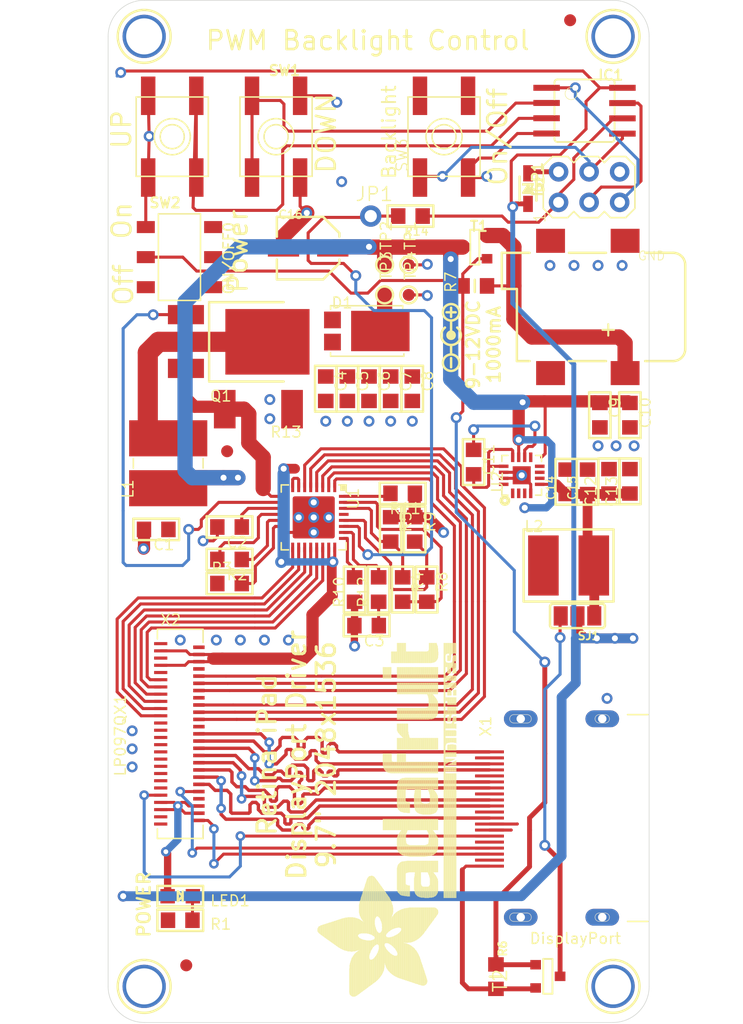
<source format=kicad_pcb>
(kicad_pcb (version 20211014) (generator pcbnew)
  (layers (0 "F.Cu" signal) (31 "B.Cu" signal) (34 "B.Paste" user) (35 "F.Paste" user) (36 "B.SilkS" user "B.Silkscreen") (37 "F.SilkS" user "F.Silkscreen") (38 "B.Mask" user) (39 "F.Mask" user) (44 "Edge.Cuts" user))
  (net 0 "")
  (net 1 "N$1")
  (net 2 "N$2")
  (net 3 "N$3")
  (net 4 "N$4")
  (net 5 "N$5")
  (net 6 "N$6")
  (net 7 "N$7")
  (net 8 "N$8")
  (net 9 "AUX+")
  (net 10 "AUX-")
  (net 11 "HOTPLUG")
  (net 12 "GND")
  (net 13 "VCC")
  (net 14 "20V")
  (net 15 "N$14")
  (net 16 "VIN")
  (net 17 "BUP")
  (net 18 "BDOWN")
  (net 19 "MOSI")
  (net 20 "SCLK")
  (net 21 "N$17")
  (net 22 "ON/OFF")
  (net 23 "RST")
  (net 24 "N$9")
  (net 25 "N$10")
  (net 26 "N$11")
  (net 27 "N$12")
  (net 28 "N$13")
  (net 29 "N$15")
  (net 30 "N$16")
  (net 31 "N$19")
  (net 32 "N$20")
  (net 33 "N$22")
  (net 34 "N$23")
  (net 35 "N$24")
  (net 36 "N$25")
  (net 37 "LEDK_A1")
  (net 38 "LEDK_A2")
  (net 39 "LEDK_A3")
  (net 40 "LEDK_A4")
  (net 41 "LEDK_A5")
  (net 42 "LEDK_A6")
  (net 43 "LEDK_B1")
  (net 44 "LEDK_B2")
  (net 45 "LEDK_B3")
  (net 46 "LEDK_B4")
  (net 47 "LEDK_B5")
  (net 48 "LEDK_B6")
  (net 49 "N$28")
  (net 50 "N$29")
  (net 51 "N$21")
  (net 52 "MISO")
  (net 53 "PWM")
  (net 54 "3.3V")
  (net 55 "N$27")
  (net 56 "DPP")
  (footprint "boardEagle:_0805" (layer "F.Cu") (at 152.5011 111.5036 -90)
    (fp_text reference "R8")
    (fp_text value "47K")
  )
  (footprint "boardEagle:SYMBOL_POSITIVE_CENTER-M" (layer "F.Cu") (at 154.5271 90.3536 -90)
    (fp_text reference "U$10" hide)
    (fp_text value "" hide)
  )
  (footprint "boardEagle:SOD-323" (layer "F.Cu") (at 160.9261 78.1616 -90)
    (fp_text reference "D2")
    (fp_text value "1N4148")
  )
  (footprint "boardEagle:_0805" (layer "F.Cu") (at 169.4011 102.5036 90)
    (fp_text reference "C13")
    (fp_text value "10uF")
  )
  (footprint "boardEagle:SOT-23" (layer "F.Cu") (at 156.5011 83.0036 -90)
    (fp_text reference "T1")
    (fp_text value "IRLML2246")
  )
  (footprint "boardEagle:_0805" (layer "F.Cu") (at 147.7011 94.8036 -90)
    (fp_text reference "C6")
    (fp_text value "4.7uF/50V")
  )
  (footprint "boardEagle:_0805" (layer "F.Cu") (at 150.5011 111.5036 -90)
    (fp_text reference "R4")
    (fp_text value "20K")
  )
  (footprint "boardEagle:_0805" (layer "F.Cu") (at 166.9011 97.0036 -90)
    (fp_text reference "C9")
    (fp_text value "10uF/16V")
  )
  (footprint "boardEagle:FIDUCIAL_1MM" (layer "F.Cu") (at 132.5011 142.7536)
    (fp_text reference "FID1" hide)
    (fp_text value "FIDUCIAL\"\"" hide)
  )
  (footprint "boardEagle:FIDUCIAL_1MM" (layer "F.Cu") (at 135.9011 100.0036)
    (fp_text reference "FID3" hide)
    (fp_text value "FIDUCIAL\"\"" hide)
  )
  (footprint "boardEagle:MOUNTINGHOLE_3.0_PLATEDTHIN" (layer "F.Cu") (at 168.0011 144.5036)
    (fp_text reference "U$11" hide)
    (fp_text value "MOUNTINGHOLE3.0THIN" hide)
  )
  (footprint "boardEagle:_0805" (layer "F.Cu") (at 147.5011 114.5036 180)
    (fp_text reference "C3")
    (fp_text value "4.7nF")
  )
  (footprint "boardEagle:EVQ-Q2" (layer "F.Cu") (at 131.3351 73.8436 -90)
    (fp_text reference "SW2")
    (fp_text value "SPST_TACT-EVQQ2")
  )
  (footprint "boardEagle:_0805" (layer "F.Cu") (at 164.1011 102.5456 90)
    (fp_text reference "C14")
    (fp_text value "0.1uF")
  )
  (footprint "boardEagle:_0805" (layer "F.Cu") (at 156.4011 100.9036 -90)
    (fp_text reference "C11")
    (fp_text value "22nF")
  )
  (footprint "boardEagle:FIDUCIAL_1MM" (layer "F.Cu") (at 164.4291 64.1616)
    (fp_text reference "FID2" hide)
    (fp_text value "FIDUCIAL\"\"" hide)
  )
  (footprint "boardEagle:_0805" (layer "F.Cu") (at 151.3011 94.8036 -90)
    (fp_text reference "C8")
    (fp_text value "4.7uF/50V")
  )
  (footprint "boardEagle:1X01-CLEANBIG" (layer "F.Cu") (at 147.8451 80.4476)
    (fp_text reference "JP1")
    (fp_text value "")
  )
  (footprint "boardEagle:DCJACK_2MM_SMT" (layer "F.Cu") (at 169.0011 88.0036 180)
    (fp_text reference "X3")
    (fp_text value "2.1mm")
  )
  (footprint "boardEagle:_0805" (layer "F.Cu") (at 136.1011 106.3036 180)
    (fp_text reference "C2")
    (fp_text value "4.7uF/50V")
  )
  (footprint "boardEagle:QFN32_5MM" (layer "F.Cu") (at 143.1011 105.5036 -90)
    (fp_text reference "U1")
    (fp_text value "LT3754")
  )
  (footprint "boardEagle:EVQ-Q2" (layer "F.Cu") (at 139.9711 73.8436 90)
    (fp_text reference "SW1")
    (fp_text value "SPST_TACT-EVQQ2")
  )
  (footprint "boardEagle:_0805" (layer "F.Cu") (at 151.1471 80.4476 180)
    (fp_text reference "R14")
    (fp_text value "20K")
  )
  (footprint "boardEagle:_0805" (layer "F.Cu") (at 165.8791 102.5456 90)
    (fp_text reference "C15")
    (fp_text value "0.1uF")
  )
  (footprint "boardEagle:_0805" (layer "F.Cu") (at 145.9011 94.8036 -90)
    (fp_text reference "C5")
    (fp_text value "4.7uF/50V")
  )
  (footprint "boardEagle:DPAK" (layer "F.Cu") (at 137.4011 90.9036 -90)
    (fp_text reference "Q1")
    (fp_text value "IRLR024NTRPBF")
  )
  (footprint "boardEagle:_0805" (layer "F.Cu") (at 130.0011 106.5036 180)
    (fp_text reference "C1")
    (fp_text value "10uF")
  )
  (footprint "boardEagle:_0805" (layer "F.Cu") (at 146.5011 111.5036 90)
    (fp_text reference "R10")
    (fp_text value "47K")
  )
  (footprint "boardEagle:TESTPOINT_ROUND_1MM" (layer "F.Cu") (at 149.0011 84.5036 90)
    (fp_text reference "TP2")
    (fp_text value "VIN")
  )
  (footprint "boardEagle:ADAFRUIT_TEXT_30MM" (layer "F.Cu") (at 154.9571 145.5986 90)
    (fp_text reference "U$39" hide)
    (fp_text value "" hide)
  )
  (footprint "boardEagle:_0805" (layer "F.Cu") (at 136.1011 109.0036 180)
    (fp_text reference "R2")
    (fp_text value "100K")
  )
  (footprint "boardEagle:_0805" (layer "F.Cu") (at 148.5011 111.5036 90)
    (fp_text reference "R12")
    (fp_text value "7.5K")
  )
  (footprint "boardEagle:SOIC8" (layer "F.Cu") (at 165.6251 71.6856 -90)
    (fp_text reference "IC1")
    (fp_text value "ATTINY85-20S")
  )
  (footprint "boardEagle:MOUNTINGHOLE_3.0_PLATEDTHIN" (layer "F.Cu") (at 129.0011 144.5036)
    (fp_text reference "U$34" hide)
    (fp_text value "MOUNTINGHOLE3.0THIN" hide)
  )
  (footprint "boardEagle:MOUNTINGHOLE_3.0_PLATEDTHIN" (layer "F.Cu") (at 168.0011 65.5036)
    (fp_text reference "U$32" hide)
    (fp_text value "MOUNTINGHOLE3.0THIN" hide)
  )
  (footprint "boardEagle:TESTPOINT_ROUND_1MM" (layer "F.Cu") (at 151.0011 87.0036 90)
    (fp_text reference "TP4")
    (fp_text value "GND")
  )
  (footprint "boardEagle:AVRISP" (layer "F.Cu") (at 166.0071 78.0356 90)
    (fp_text reference "ISP1")
    (fp_text value "AVRISP-6" hide)
  )
  (footprint "boardEagle:CHIPLED_0805" (layer "F.Cu") (at 132.0011 137.0036 -90)
    (fp_text reference "LED1")
    (fp_text value "green")
  )
  (footprint "boardEagle:_0805" (layer "F.Cu") (at 150.5011 103.5036 180)
    (fp_text reference "R11")
    (fp_text value "15K")
  )
  (footprint "boardEagle:QFN16_3MM" (layer "F.Cu") (at 160.4011 102.0036 90)
    (fp_text reference "U2")
    (fp_text value "MCP16321T-330E/NG ")
  )
  (footprint "boardEagle:_0805MP" (layer "F.Cu") (at 158.2591 143.6936 -90)
    (fp_text reference "R6")
    (fp_text value "20K")
  )
  (footprint "boardEagle:TESTPOINT_ROUND_1MM" (layer "F.Cu") (at 151.0011 84.5036 90)
    (fp_text reference "TP1")
    (fp_text value "GND")
  )
  (footprint "boardEagle:_0805" (layer "F.Cu") (at 149.5011 106.5036 -90)
    (fp_text reference "R5")
    (fp_text value "27K")
  )
  (footprint "boardEagle:_0805" (layer "F.Cu") (at 169.4011 97.0036 -90)
    (fp_text reference "C10")
    (fp_text value "10uF/16V")
  )
  (footprint "boardEagle:MOUNTINGHOLE_3.0_PLATEDTHIN" (layer "F.Cu") (at 129.0011 65.5036)
    (fp_text reference "U$33" hide)
    (fp_text value "MOUNTINGHOLE3.0THIN" hide)
  )
  (footprint "boardEagle:SOT-23" (layer "F.Cu") (at 162.5771 143.6936 90)
    (fp_text reference "T2")
    (fp_text value "IRLML2246")
  )
  (footprint "boardEagle:SOLDERJUMPER_2WAY_OPEN_NOPASTE" (layer "F.Cu") (at 165.0409 113.6962 180)
    (fp_text reference "SJ1")
    (fp_text value "")
  )
  (footprint "boardEagle:EG1390" (layer "F.Cu") (at 131.9351 83.8616 -90)
    (fp_text reference "ON/OFF0")
    (fp_text value "EG1390")
  )
  (footprint "boardEagle:INDUCTOR_6X6MM_SUMIDA_CDRH5D28" (layer "F.Cu") (at 131.0011 101.0036 90)
    (fp_text reference "L1")
    (fp_text value "22uH")
  )
  (footprint "boardEagle:_0805" (layer "F.Cu") (at 144.1011 94.8036 -90)
    (fp_text reference "C4")
    (fp_text value "4.7uF/50V")
  )
  (footprint "boardEagle:EVQ-Q2" (layer "F.Cu") (at 153.9411 73.8436 90)
    (fp_text reference "SW3")
    (fp_text value "SPST_TACT-EVQQ2")
  )
  (footprint "boardEagle:PANASONIC_C" (layer "F.Cu") (at 142.6381 83.1146)
    (fp_text reference "C16")
    (fp_text value "47uF 25V")
  )
  (footprint "boardEagle:2512" (layer "F.Cu") (at 138.5011 96.5036 180)
    (fp_text reference "R13")
    (fp_text value "0.058")
  )
  (footprint "boardEagle:DISPLAYPORT_0472720001" (layer "F.Cu") (at 168.0011 130.5036 90)
    (fp_text reference "X1")
    (fp_text value "0472720001")
    (fp_line (start -7.9 -7.7) (end -7.9 -7.15) (layer "Edge.Cuts") (width 0.05))
    (fp_line (start -7.9 -1.15) (end -7.9 -0.9) (layer "Edge.Cuts") (width 0.05))
    (fp_line (start -8.6 -7.7) (end -8.6 -8.25) (layer "Edge.Cuts") (width 0.05))
    (fp_line (start 7.9 -0.65) (end 7.9 -0.9) (layer "Edge.Cuts") (width 0.05))
    (fp_line (start 7.9 -0.9) (end 7.9 -1.15) (layer "Edge.Cuts") (width 0.05))
    (fp_line (start 8.6 -0.9) (end 8.6 -0.65) (layer "Edge.Cuts") (width 0.05))
    (fp_line (start 8.6 -1.15) (end 8.6 -0.9) (layer "Edge.Cuts") (width 0.05))
    (fp_line (start 7.9 -7.15) (end 7.9 -7.7) (layer "Edge.Cuts") (width 0.05))
    (fp_line (start -8.6 -7.15) (end -8.6 -7.7) (layer "Edge.Cuts") (width 0.05))
    (fp_line (start -8.6 -0.9) (end -8.6 -1.15) (layer "Edge.Cuts") (width 0.05))
    (fp_line (start -7.9 -0.9) (end -7.9 -0.65) (layer "Edge.Cuts") (width 0.05))
    (fp_line (start -7.9 -8.25) (end -7.9 -7.7) (layer "Edge.Cuts") (width 0.05))
    (fp_line (start 8.6 -7.7) (end 8.6 -7.15) (layer "Edge.Cuts") (width 0.05))
    (fp_line (start 7.9 -7.7) (end 7.9 -8.25) (layer "Edge.Cuts") (width 0.05))
    (fp_line (start -8.6 -0.65) (end -8.6 -0.9) (layer "Edge.Cuts") (width 0.05))
    (fp_line (start 8.6 -8.25) (end 8.6 -7.7) (layer "Edge.Cuts") (width 0.05))
    (fp_arc (start 8.6 -7.15) (mid 8.497487 -6.902513) (end 8.25 -6.8) (layer "Edge.Cuts") (width 0.05))
    (fp_arc (start 8.25 -0.3) (mid 8.002513 -0.402513) (end 7.9 -0.65) (layer "Edge.Cuts") (width 0.05))
    (fp_arc (start -8.25 -1.5) (mid -8.002513 -1.397487) (end -7.9 -1.15) (layer "Edge.Cuts") (width 0.05))
    (fp_arc (start 7.9 -1.15) (mid 8.002513 -1.397487) (end 8.25 -1.5) (layer "Edge.Cuts") (width 0.05))
    (fp_arc (start -7.9 -0.65) (mid -8.002513 -0.402513) (end -8.25 -0.3) (layer "Edge.Cuts") (width 0.05))
    (fp_arc (start 8.6 -0.65) (mid 8.497487 -0.402513) (end 8.25 -0.3) (layer "Edge.Cuts") (width 0.05))
    (fp_arc (start -7.9 -7.15) (mid -8.002513 -6.902513) (end -8.25 -6.8) (layer "Edge.Cuts") (width 0.05))
    (fp_arc (start 8.25 -8.6) (mid 8.497487 -8.497487) (end 8.6 -8.25) (layer "Edge.Cuts") (width 0.05))
    (fp_arc (start -8.6 -8.25) (mid -8.497487 -8.497487) (end -8.25 -8.6) (layer "Edge.Cuts") (width 0.05))
    (fp_arc (start 7.9 -8.25) (mid 8.002513 -8.497487) (end 8.25 -8.6) (layer "Edge.Cuts") (width 0.05))
    (fp_arc (start 8.25 -1.5) (mid 8.497487 -1.397487) (end 8.6 -1.15) (layer "Edge.Cuts") (width 0.05))
    (fp_arc (start -8.25 -8.6) (mid -8.002513 -8.497487) (end -7.9 -8.25) (layer "Edge.Cuts") (width 0.05))
    (fp_arc (start -8.6 -1.15) (mid -8.497487 -1.397487) (end -8.25 -1.5) (layer "Edge.Cuts") (width 0.05))
    (fp_arc (start -8.25 -6.8) (mid -8.497487 -6.902513) (end -8.6 -7.15) (layer "Edge.Cuts") (width 0.05))
    (fp_arc (start -8.25 -0.3) (mid -8.497487 -0.402513) (end -8.6 -0.65) (layer "Edge.Cuts") (width 0.05))
    (fp_arc (start 8.25 -6.8) (mid 8.002513 -6.902513) (end 7.9 -7.15) (layer "Edge.Cuts") (width 0.05))
  )
  (footprint "boardEagle:_0805" (layer "F.Cu") (at 132.0011 139.0036 180)
    (fp_text reference "R1")
    (fp_text value "470")
  )
  (footprint "boardEagle:FPC_51PIN_502250-5191_EXT" (layer "F.Cu") (at 132.0011 123.5036 -90)
    (fp_text reference "X2")
    (fp_text value "502250-5191")
  )
  (footprint "boardEagle:_0805" (layer "F.Cu") (at 167.6631 102.5036 90)
    (fp_text reference "C12")
    (fp_text value "10uF")
  )
  (footprint "boardEagle:_0805" (layer "F.Cu") (at 136.1011 111.0036)
    (fp_text reference "R3")
    (fp_text value "100K")
  )
  (footprint "boardEagle:TESTPOINT_ROUND_1MM" (layer "F.Cu") (at 149.0011 87.0036 90)
    (fp_text reference "TP3")
    (fp_text value "20V")
  )
  (footprint "boardEagle:INDUCTOR_5X5MM_TDK_VLC5045" (layer "F.Cu") (at 164.3011 109.5036)
    (fp_text reference "L2")
    (fp_text value "4.7uH (445-6526-1-ND)")
  )
  (footprint "boardEagle:_0805" (layer "F.Cu") (at 149.5011 94.8036 -90)
    (fp_text reference "C7")
    (fp_text value "4.7uF/50V")
  )
  (footprint "boardEagle:POWERDI-5" (layer "F.Cu") (at 147.5011 90.0036 -90)
    (fp_text reference "D1")
    (fp_text value "PDS560-13")
  )
  (footprint "boardEagle:_0805MP" (layer "F.Cu") (at 156.5011 86.2536)
    (fp_text reference "R7")
    (fp_text value "20K")
  )
  (footprint "boardEagle:_0805" (layer "F.Cu") (at 151.5011 106.5036 -90)
    (fp_text reference "R9")
    (fp_text value "20K")
  )
  (gr_line (start 168.0011 147.5036) (end 129.0011 147.5036) (layer "Edge.Cuts") (width 0.05))
  (gr_arc (start 126.0011 65.5036) (mid 126.87978 63.38228) (end 129.0011 62.5036) (layer "Edge.Cuts") (width 0.05))
  (gr_line (start 171.0011 65.5036) (end 171.0011 144.5036) (layer "Edge.Cuts") (width 0.05))
  (gr_arc (start 129.0011 147.5036) (mid 126.87978 146.62492) (end 126.0011 144.5036) (layer "Edge.Cuts") (width 0.05))
  (gr_line (start 129.0011 62.5036) (end 168.0011 62.5036) (layer "Edge.Cuts") (width 0.05))
  (gr_arc (start 168.0011 62.5036) (mid 170.12242 63.38228) (end 171.0011 65.5036) (layer "Edge.Cuts") (width 0.05))
  (gr_line (start 126.0011 144.5036) (end 126.0011 65.5036) (layer "Edge.Cuts") (width 0.05))
  (gr_arc (start 171.0011 144.5036) (mid 170.12242 146.62492) (end 168.0011 147.5036) (layer "Edge.Cuts") (width 0.05))
  (gr_text "9-12VDC\n1000mA" (at 157.2221 91.1476 90) (layer "F.SilkS") (effects (font (size 1.0668 1.0668) (thickness 0.2032))))
  (gr_text "Power" (at 136.7961 83.3686 90) (layer "F.SilkS") (effects (font (size 1.56464 1.56464) (thickness 0.21336))))
  (gr_text "Off" (at 127.2711 86.1626 90) (layer "F.SilkS") (effects (font (size 1.56464 1.56464) (thickness 0.21336))))
  (gr_text "Backlight" (at 149.3691 73.4626 90) (layer "F.SilkS") (effects (font (size 1.1176 1.1176) (thickness 0.1524))))
  (gr_text "DOWN" (at 145.0511 77.0186 90) (layer "F.SilkS") (effects (font (size 1.56464 1.56464) (thickness 0.21336)) (justify left bottom)))
  (gr_text "On/Off" (at 158.3861 73.8436 90) (layer "F.SilkS") (effects (font (size 1.56464 1.56464) (thickness 0.21336))))
  (gr_text "Retina iPad\nDisplayPort Driver\n9.7\" 2048x1536" (at 141.6761 125.2496 90) (layer "F.SilkS") (effects (font (size 1.52908 1.52908) (thickness 0.24892))))
  (gr_text "DisplayPort" (at 164.8631 140.5186) (layer "F.SilkS") (effects (font (size 0.89408 0.89408) (thickness 0.12192))))
  (gr_text "LP097QX1" (at 127.0171 123.6276 90) (layer "F.SilkS") (effects (font (size 0.89408 0.89408) (thickness 0.12192))))
  (gr_text "On" (at 127.1441 80.8286 90) (layer "F.SilkS") (effects (font (size 1.56464 1.56464) (thickness 0.21336))))
  (gr_text "PWM Backlight Control" (at 147.5911 65.8426) (layer "F.SilkS") (effects (font (size 1.56464 1.56464) (thickness 0.21336))))
  (gr_text "POWER" (at 128.9701 137.6996 90) (layer "F.SilkS") (effects (font (size 1.0668 1.0668) (thickness 0.2032))))
  (gr_text "UP" (at 128.0331 74.9866 90) (layer "F.SilkS") (effects (font (size 1.56464 1.56464) (thickness 0.21336)) (justify left bottom)))
  (segment (start 135.4011 130.2036) (end 135.8011 130.6036) (width 0.28) (layer "F.Cu") (net 1))
  (segment (start 135.4011 129.7036) (end 135.4011 130.2036) (width 0.28) (layer "F.Cu") (net 1))
  (segment (start 141.8011 131.0036) (end 142.1011 131.0036) (width 0.28) (layer "F.Cu") (net 1))
  (segment (start 140.0011 130.6036) (end 140.1011 130.7036) (width 0.28) (layer "F.Cu") (net 1))
  (segment (start 157.7211 130.5036) (end 143.3011 130.5036) (width 0.28) (layer "F.Cu") (net 1))
  (segment (start 142.2011 131.1036) (end 142.2011 131.3036) (width 0.28) (layer "F.Cu") (net 1))
  (segment (start 133.5511 127.1036) (end 135.1011 127.1036) (width 0.28) (layer "F.Cu") (net 1))
  (segment (start 140.1011 130.7036) (end 140.1011 131.1036) (width 0.28) (layer "F.Cu") (net 1))
  (segment (start 142.6011 131.4036) (end 142.7011 131.3036) (width 0.28) (layer "F.Cu") (net 1))
  (segment (start 140.1011 131.1036) (end 140.5011 131.5036) (width 0.28) (layer "F.Cu") (net 1))
  (segment (start 142.2011 131.3036) (end 142.3011 131.4036) (width 0.28) (layer "F.Cu") (net 1))
  (segment (start 141.3011 131.5036) (end 141.8011 131.0036) (width 0.28) (layer "F.Cu") (net 1))
  (segment (start 135.1011 127.1036) (end 135.4011 127.4036) (width 0.28) (layer "F.Cu") (net 1))
  (segment (start 143.3011 130.5036) (end 142.7011 131.1036) (width 0.28) (layer "F.Cu") (net 1))
  (segment (start 140.5011 131.5036) (end 141.3011 131.5036) (width 0.28) (layer "F.Cu") (net 1))
  (segment (start 142.7011 131.3036) (end 142.7011 131.1036) (width 0.28) (layer "F.Cu") (net 1))
  (segment (start 135.8011 130.6036) (end 140.0011 130.6036) (width 0.28) (layer "F.Cu") (net 1))
  (segment (start 142.3011 131.4036) (end 142.6011 131.4036) (width 0.28) (layer "F.Cu") (net 1))
  (segment (start 142.1011 131.0036) (end 142.2011 131.1036) (width 0.28) (layer "F.Cu") (net 1))
  (via (at 135.4011 127.4036) (size 0.8064) (drill 0.4) (layers "F.Cu" "B.Cu") (net 1))
  (via (at 135.4011 129.7036) (size 0.8064) (drill 0.4) (layers "F.Cu" "B.Cu") (net 1))
  (segment (start 135.4011 127.4036) (end 135.4011 129.7036) (width 0.28) (layer "B.Cu") (net 1))
  (segment (start 138.0011 129.2036) (end 137.8011 129.4036) (width 0.28) (layer "F.Cu") (net 2))
  (segment (start 138.5011 129.4036) (end 138.3011 129.2036) (width 0.28) (layer "F.Cu") (net 2))
  (segment (start 138.8011 130.1036) (end 140.4011 130.1036) (width 0.28) (layer "F.Cu") (net 2))
  (segment (start 140.8011 131.0036) (end 141.1011 131.0036) (width 0.28) (layer "F.Cu") (net 2))
  (segment (start 140.4011 130.1036) (end 140.7011 130.4036) (width 0.28) (layer "F.Cu") (net 2))
  (segment (start 138.3011 129.2036) (end 138.0011 129.2036) (width 0.28) (layer "F.Cu") (net 2))
  (segment (start 136.2011 128.5036) (end 136.2011 130.0036) (width 0.28) (layer "F.Cu") (net 2))
  (segment (start 143.6011 129.5036) (end 157.7211 129.5036) (width 0.28) (layer "F.Cu") (net 2))
  (segment (start 142.6011 130.5036) (end 143.6011 129.5036) (width 0.28) (layer "F.Cu") (net 2))
  (segment (start 133.5511 127.7036) (end 134.4011 127.7036) (width 0.28) (layer "F.Cu") (net 2))
  (segment (start 138.5011 129.8036) (end 138.5011 129.4036) (width 0.28) (layer "F.Cu") (net 2))
  (segment (start 141.2011 130.9036) (end 141.2011 130.6036) (width 0.28) (layer "F.Cu") (net 2))
  (segment (start 136.2011 130.0036) (end 136.3011 130.1036) (width 0.28) (layer "F.Cu") (net 2))
  (segment (start 137.7011 130.1036) (end 136.3011 130.1036) (width 0.28) (layer "F.Cu") (net 2))
  (segment (start 141.1011 131.0036) (end 141.2011 130.9036) (width 0.28) (layer "F.Cu") (net 2))
  (segment (start 137.8011 129.4036) (end 137.8011 130.0036) (width 0.28) (layer "F.Cu") (net 2))
  (segment (start 137.8011 130.0036) (end 137.7011 130.1036) (width 0.28) (layer "F.Cu") (net 2))
  (segment (start 134.9011 128.2036) (end 135.9011 128.2036) (width 0.28) (layer "F.Cu") (net 2))
  (segment (start 140.7011 130.4036) (end 140.7011 130.9036) (width 0.28) (layer "F.Cu") (net 2))
  (segment (start 140.7011 130.9036) (end 140.8011 131.0036) (width 0.28) (layer "F.Cu") (net 2))
  (segment (start 134.4011 127.7036) (end 134.9011 128.2036) (width 0.28) (layer "F.Cu") (net 2))
  (segment (start 138.5011 129.8036) (end 138.8011 130.1036) (width 0.28) (layer "F.Cu") (net 2))
  (segment (start 141.3011 130.5036) (end 142.6011 130.5036) (width 0.28) (layer "F.Cu") (net 2))
  (segment (start 141.2011 130.6036) (end 141.3011 130.5036) (width 0.28) (layer "F.Cu") (net 2))
  (segment (start 135.9011 128.2036) (end 136.2011 128.5036) (width 0.28) (layer "F.Cu") (net 2))
  (segment (start 143.3011 129.0036) (end 142.3011 130.0036) (width 0.28) (layer "F.Cu") (net 3))
  (segment (start 157.7211 129.0036) (end 143.3011 129.0036) (width 0.28) (layer "F.Cu") (net 3))
  (segment (start 137.0011 126.9036) (end 137.1011 127.0036) (width 0.28) (layer "F.Cu") (net 3))
  (segment (start 136.4011 125.9036) (end 137.0011 126.5036) (width 0.28) (layer "F.Cu") (net 3))
  (segment (start 139.2011 129.6036) (end 140.1011 129.6036) (width 0.28) (layer "F.Cu") (net 3))
  (segment (start 141.2011 130.0036) (end 142.3011 130.0036) (width 0.28) (layer "F.Cu") (net 3))
  (segment (start 139.0011 128.9036) (end 139.0011 129.4036) (width 0.28) (layer "F.Cu") (net 3))
  (segment (start 141.0011 129.2036) (end 141.0011 129.8036) (width 0.28) (layer "F.Cu") (net 3))
  (segment (start 138.8011 128.7036) (end 139.0011 128.9036) (width 0.28) (layer "F.Cu") (net 3))
  (segment (start 140.6011 129.1036) (end 140.9011 129.1036) (width 0.28) (layer "F.Cu") (net 3))
  (segment (start 139.0011 129.4036) (end 139.2011 129.6036) (width 0.28) (layer "F.Cu") (net 3))
  (segment (start 137.0011 126.5036) (end 137.0011 126.9036) (width 0.28) (layer "F.Cu") (net 3))
  (segment (start 137.1011 128.9036) (end 137.3011 128.7036) (width 0.28) (layer "F.Cu") (net 3))
  (segment (start 133.5511 125.9036) (end 136.4011 125.9036) (width 0.28) (layer "F.Cu") (net 3))
  (segment (start 140.9011 129.1036) (end 141.0011 129.2036) (width 0.28) (layer "F.Cu") (net 3))
  (segment (start 141.0011 129.8036) (end 141.2011 130.0036) (width 0.28) (layer "F.Cu") (net 3))
  (segment (start 140.1011 129.6036) (end 140.6011 129.1036) (width 0.28) (layer "F.Cu") (net 3))
  (segment (start 137.3011 128.7036) (end 138.8011 128.7036) (width 0.28) (layer "F.Cu") (net 3))
  (via (at 137.1011 128.9036) (size 0.8064) (drill 0.4) (layers "F.Cu" "B.Cu") (net 3))
  (via (at 137.1011 127.0036) (size 0.8064) (drill 0.4) (layers "F.Cu" "B.Cu") (net 3))
  (segment (start 137.1011 127.0036) (end 137.1011 128.9036) (width 0.28) (layer "B.Cu") (net 3))
  (segment (start 141.6011 129.3036) (end 142.0011 129.3036) (width 0.28) (layer "F.Cu") (net 4))
  (segment (start 142.0011 129.3036) (end 142.2011 129.1036) (width 0.28) (layer "F.Cu") (net 4))
  (segment (start 136.7011 127.9036) (end 137.4011 127.9036) (width 0.28) (layer "F.Cu") (net 4))
  (segment (start 136.3011 127.5036) (end 136.7011 127.9036) (width 0.28) (layer "F.Cu") (net 4))
  (segment (start 140.2011 127.9036) (end 141.1011 127.9036) (width 0.28) (layer "F.Cu") (net 4))
  (segment (start 137.4011 127.9036) (end 137.7011 128.2036) (width 0.28) (layer "F.Cu") (net 4))
  (segment (start 139.9011 129.1036) (end 140.0011 129.0036) (width 0.28) (layer "F.Cu") (net 4))
  (segment (start 144.0011 128.0036) (end 157.7211 128.0036) (width 0.28) (layer "F.Cu") (net 4))
  (segment (start 137.7011 128.2036) (end 139.0011 128.2036) (width 0.28) (layer "F.Cu") (net 4))
  (segment (start 142.2011 129.1036) (end 142.2011 128.6036) (width 0.28) (layer "F.Cu") (net 4))
  (segment (start 143.5011 128.5036) (end 144.0011 128.0036) (width 0.28) (layer "F.Cu") (net 4))
  (segment (start 140.0011 128.1036) (end 140.2011 127.9036) (width 0.28) (layer "F.Cu") (net 4))
  (segment (start 142.2011 128.6036) (end 142.3011 128.5036) (width 0.28) (layer "F.Cu") (net 4))
  (segment (start 141.5011 129.2036) (end 141.6011 129.3036) (width 0.28) (layer "F.Cu") (net 4))
  (segment (start 141.5011 128.3036) (end 141.5011 129.2036) (width 0.28) (layer "F.Cu") (net 4))
  (segment (start 133.5511 126.5036) (end 136.1011 126.5036) (width 0.28) (layer "F.Cu") (net 4))
  (segment (start 142.3011 128.5036) (end 143.5011 128.5036) (width 0.28) (layer "F.Cu") (net 4))
  (segment (start 139.0011 128.2036) (end 139.5011 128.7036) (width 0.28) (layer "F.Cu") (net 4))
  (segment (start 139.6011 129.1036) (end 139.9011 129.1036) (width 0.28) (layer "F.Cu") (net 4))
  (segment (start 136.1011 126.5036) (end 136.3011 126.7036) (width 0.28) (layer "F.Cu") (net 4))
  (segment (start 136.3011 126.7036) (end 136.3011 127.5036) (width 0.28) (layer "F.Cu") (net 4))
  (segment (start 140.0011 129.0036) (end 140.0011 128.1036) (width 0.28) (layer "F.Cu") (net 4))
  (segment (start 139.5011 129.0036) (end 139.6011 129.1036) (width 0.28) (layer "F.Cu") (net 4))
  (segment (start 139.5011 128.7036) (end 139.5011 129.0036) (width 0.28) (layer "F.Cu") (net 4))
  (segment (start 141.1011 127.9036) (end 141.5011 128.3036) (width 0.28) (layer "F.Cu") (net 4))
  (segment (start 141.9011 127.5036) (end 141.9011 127.9036) (width 0.28) (layer "F.Cu") (net 5))
  (segment (start 138.2011 125.2036) (end 137.7011 124.7036) (width 0.28) (layer "F.Cu") (net 5))
  (segment (start 141.9011 127.9036) (end 142.0011 128.0036) (width 0.28) (layer "F.Cu") (net 5))
  (segment (start 138.2011 125.5036) (end 138.2011 125.2036) (width 0.28) (layer "F.Cu") (net 5))
  (segment (start 137.7011 124.7036) (end 133.5511 124.7036) (width 0.28) (layer "F.Cu") (net 5))
  (segment (start 142.1011 126.8036) (end 142.1011 127.3036) (width 0.28) (layer "F.Cu") (net 5))
  (segment (start 141.6011 127.0036) (end 141.2011 127.4036) (width 0.28) (layer "F.Cu") (net 5))
  (segment (start 139.9011 127.4036) (end 140.1011 127.2036) (width 0.28) (layer "F.Cu") (net 5))
  (segment (start 142.0011 128.0036) (end 143.2011 128.0036) (width 0.28) (layer "F.Cu") (net 5))
  (segment (start 142.1011 127.3036) (end 141.9011 127.5036) (width 0.28) (layer "F.Cu") (net 5))
  (segment (start 141.7011 126.7036) (end 141.6011 126.8036) (width 0.28) (layer "F.Cu") (net 5))
  (segment (start 143.7011 127.5036) (end 143.2011 128.0036) (width 0.28) (layer "F.Cu") (net 5))
  (segment (start 142.0011 126.7036) (end 141.7011 126.7036) (width 0.28) (layer "F.Cu") (net 5))
  (segment (start 140.3011 127.2036) (end 140.5011 127.4036) (width 0.28) (layer "F.Cu") (net 5))
  (segment (start 140.5011 127.4036) (end 141.2011 127.4036) (width 0.28) (layer "F.Cu") (net 5))
  (segment (start 141.6011 126.8036) (end 141.6011 127.0036) (width 0.28) (layer "F.Cu") (net 5))
  (segment (start 157.7211 127.5036) (end 143.7011 127.5036) (width 0.28) (layer "F.Cu") (net 5))
  (segment (start 142.1011 126.8036) (end 142.0011 126.7036) (width 0.28) (layer "F.Cu") (net 5))
  (segment (start 138.2011 127.4036) (end 139.9011 127.4036) (width 0.28) (layer "F.Cu") (net 5))
  (segment (start 140.1011 127.2036) (end 140.3011 127.2036) (width 0.28) (layer "F.Cu") (net 5))
  (via (at 138.2011 125.5036) (size 0.8064) (drill 0.4) (layers "F.Cu" "B.Cu") (net 5))
  (via (at 138.2011 127.4036) (size 0.8064) (drill 0.4) (layers "F.Cu" "B.Cu") (net 5))
  (segment (start 138.2011 127.4036) (end 138.2011 125.5036) (width 0.28) (layer "B.Cu") (net 5))
  (segment (start 145.2011 126.5036) (end 157.7211 126.5036) (width 0.28) (layer "F.Cu") (net 6))
  (segment (start 141.1011 126.8036) (end 141.1011 126.3036) (width 0.28) (layer "F.Cu") (net 6))
  (segment (start 144.6011 126.6036) (end 144.7011 126.7036) (width 0.28) (layer "F.Cu") (net 6))
  (segment (start 145.1011 126.6036) (end 145.2011 126.5036) (width 0.28) (layer "F.Cu") (net 6))
  (segment (start 143.0011 127.4036) (end 143.1011 127.3036) (width 0.28) (layer "F.Cu") (net 6))
  (segment (start 141.0011 126.9036) (end 141.1011 126.8036) (width 0.28) (layer "F.Cu") (net 6))
  (segment (start 139.7011 126.9036) (end 140.0011 126.6036) (width 0.28) (layer "F.Cu") (net 6))
  (segment (start 144.7011 126.9036) (end 144.8011 127.0036) (width 0.28) (layer "F.Cu") (net 6))
  (segment (start 144.2011 127.0036) (end 144.3011 126.9036) (width 0.28) (layer "F.Cu") (net 6))
  (segment (start 140.7011 126.9036) (end 141.0011 126.9036) (width 0.28) (layer "F.Cu") (net 6))
  (segment (start 137.7011 126.4036) (end 138.5011 126.4036) (width 0.28) (layer "F.Cu") (net 6))
  (segment (start 140.0011 126.6036) (end 140.4011 126.6036) (width 0.28) (layer "F.Cu") (net 6))
  (segment (start 144.3011 126.9036) (end 144.3011 126.7036) (width 0.28) (layer "F.Cu") (net 6))
  (segment (start 143.8011 126.7036) (end 143.8011 126.9036) (width 0.28) (layer "F.Cu") (net 6))
  (segment (start 136.6011 125.3036) (end 137.7011 126.4036) (width 0.28) (layer "F.Cu") (net 6))
  (segment (start 143.1011 126.6036) (end 143.2011 126.5036) (width 0.28) (layer "F.Cu") (net 6))
  (segment (start 142.7011 127.4036) (end 143.0011 127.4036) (width 0.28) (layer "F.Cu") (net 6))
  (segment (start 145.1011 126.9036) (end 145.1011 126.6036) (width 0.28) (layer "F.Cu") (net 6))
  (segment (start 143.1011 127.3036) (end 143.1011 126.6036) (width 0.28) (layer "F.Cu") (net 6))
  (segment (start 144.7011 126.7036) (end 144.7011 126.9036) (width 0.28) (layer "F.Cu") (net 6))
  (segment (start 140.4011 126.6036) (end 140.7011 126.9036) (width 0.28) (layer "F.Cu") (net 6))
  (segment (start 142.6011 127.3036) (end 142.7011 127.4036) (width 0.28) (layer "F.Cu") (net 6))
  (segment (start 139.0011 126.9036) (end 139.7011 126.9036) (width 0.28) (layer "F.Cu") (net 6))
  (segment (start 141.3011 126.1036) (end 142.3011 126.1036) (width 0.28) (layer "F.Cu") (net 6))
  (segment (start 143.9011 127.0036) (end 144.2011 127.0036) (width 0.28) (layer "F.Cu") (net 6))
  (segment (start 143.8011 126.9036) (end 143.9011 127.0036) (width 0.28) (layer "F.Cu") (net 6))
  (segment (start 133.5511 125.3036) (end 136.6011 125.3036) (width 0.28) (layer "F.Cu") (net 6))
  (segment (start 139.0011 126.9036) (end 138.5011 126.4036) (width 0.28) (layer "F.Cu") (net 6))
  (segment (start 144.3011 126.7036) (end 144.4011 126.6036) (width 0.28) (layer "F.Cu") (net 6))
  (segment (start 143.2011 126.5036) (end 143.6011 126.5036) (width 0.28) (layer "F.Cu") (net 6))
  (segment (start 143.6011 126.5036) (end 143.8011 126.7036) (width 0.28) (layer "F.Cu") (net 6))
  (segment (start 142.6011 126.4036) (end 142.6011 127.3036) (width 0.28) (layer "F.Cu") (net 6))
  (segment (start 144.8011 127.0036) (end 145.0011 127.0036) (width 0.28) (layer "F.Cu") (net 6))
  (segment (start 144.4011 126.6036) (end 144.6011 126.6036) (width 0.28) (layer "F.Cu") (net 6))
  (segment (start 141.1011 126.3036) (end 141.3011 126.1036) (width 0.28) (layer "F.Cu") (net 6))
  (segment (start 142.3011 126.1036) (end 142.6011 126.4036) (width 0.28) (layer "F.Cu") (net 6))
  (segment (start 145.0011 127.0036) (end 145.1011 126.9036) (width 0.28) (layer "F.Cu") (net 6))
  (segment (start 140.0011 126.0036) (end 140.8011 125.2036) (width 0.28) (layer "F.Cu") (net 7))
  (segment (start 143.3011 125.0036) (end 143.3011 125.7036) (width 0.28) (layer "F.Cu") (net 7))
  (segment (start 142.8011 125.3036) (end 142.8011 125.0036) (width 0.28) (layer "F.Cu") (net 7))
  (segment (start 142.5011 125.6036) (end 141.6011 125.6036) (width 0.28) (layer "F.Cu") (net 7))
  (segment (start 143.6011 126.0036) (end 157.7211 126.0036) (width 0.28) (layer "F.Cu") (net 7))
  (segment (start 141.2011 124.8036) (end 141.3011 124.9036) (width 0.28) (layer "F.Cu") (net 7))
  (segment (start 133.5511 123.5036) (end 138.7011 123.5036) (width 0.28) (layer "F.Cu") (net 7))
  (segment (start 142.8011 125.0036) (end 142.9011 124.9036) (width 0.28) (layer "F.Cu") (net 7))
  (segment (start 143.2011 124.9036) (end 143.3011 125.0036) (width 0.28) (layer "F.Cu") (net 7))
  (segment (start 139.4011 126.0036) (end 140.0011 126.0036) (width 0.28) (layer "F.Cu") (net 7))
  (segment (start 140.8011 125.2036) (end 140.8011 124.9036) (width 0.28) (layer "F.Cu") (net 7))
  (segment (start 141.3011 124.9036) (end 141.3011 125.3036) (width 0.28) (layer "F.Cu") (net 7))
  (segment (start 140.8011 124.9036) (end 140.9011 124.8036) (width 0.28) (layer "F.Cu") (net 7))
  (segment (start 140.9011 124.8036) (end 141.2011 124.8036) (width 0.28) (layer "F.Cu") (net 7))
  (segment (start 142.9011 124.9036) (end 143.2011 124.9036) (width 0.28) (layer "F.Cu") (net 7))
  (segment (start 141.3011 125.3036) (end 141.6011 125.6036) (width 0.28) (layer "F.Cu") (net 7))
  (segment (start 143.3011 125.7036) (end 143.6011 126.0036) (width 0.28) (layer "F.Cu") (net 7))
  (segment (start 138.7011 123.5036) (end 139.4011 124.2036) (width 0.28) (layer "F.Cu") (net 7))
  (segment (start 142.5011 125.6036) (end 142.8011 125.3036) (width 0.28) (layer "F.Cu") (net 7))
  (via (at 139.4011 124.2036) (size 0.8064) (drill 0.4) (layers "F.Cu" "B.Cu") (net 7))
  (via (at 139.4011 126.0036) (size 0.8064) (drill 0.4) (layers "F.Cu" "B.Cu") (net 7))
  (segment (start 139.4011 124.2036) (end 139.4011 126.0036) (width 0.28) (layer "B.Cu") (net 7))
  (segment (start 144.3011 125.0036) (end 144.3011 124.5036) (width 0.28) (layer "F.Cu") (net 8))
  (segment (start 142.6011 123.8036) (end 143.5011 123.8036) (width 0.28) (layer "F.Cu") (net 8))
  (segment (start 142.2011 124.7036) (end 142.3011 124.6036) (width 0.28) (layer "F.Cu") (net 8))
  (segment (start 142.3011 124.1036) (end 142.6011 123.8036) (width 0.28) (layer "F.Cu") (net 8))
  (segment (start 141.8011 124.6036) (end 141.9011 124.7036) (width 0.28) (layer "F.Cu") (net 8))
  (segment (start 144.8011 124.3036) (end 145.0011 124.5036) (width 0.28) (layer "F.Cu") (net 8))
  (segment (start 139.0011 125.0036) (end 138.1011 124.1036) (width 0.28) (layer "F.Cu") (net 8))
  (segment (start 143.9011 125.1036) (end 144.2011 125.1036) (width 0.28) (layer "F.Cu") (net 8))
  (segment (start 144.3011 124.5036) (end 144.5011 124.3036) (width 0.28) (layer "F.Cu") (net 8))
  (segment (start 145.0011 124.8036) (end 145.2011 125.0036) (width 0.28) (layer "F.Cu") (net 8))
  (segment (start 141.5011 123.8036) (end 141.8011 124.1036) (width 0.28) (layer "F.Cu") (net 8))
  (segment (start 143.8011 125.0036) (end 143.9011 125.1036) (width 0.28) (layer "F.Cu") (net 8))
  (segment (start 139.0011 125.0036) (end 139.8011 125.0036) (width 0.28) (layer "F.Cu") (net 8))
  (segment (start 139.8011 125.0036) (end 140.3011 124.5036) (width 0.28) (layer "F.Cu") (net 8))
  (segment (start 143.5011 123.8036) (end 143.8011 124.1036) (width 0.28) (layer "F.Cu") (net 8))
  (segment (start 143.8011 124.1036) (end 143.8011 125.0036) (width 0.28) (layer "F.Cu") (net 8))
  (segment (start 145.0011 124.5036) (end 145.0011 124.8036) (width 0.28) (layer "F.Cu") (net 8))
  (segment (start 144.5011 124.3036) (end 144.8011 124.3036) (width 0.28) (layer "F.Cu") (net 8))
  (segment (start 144.2011 125.1036) (end 144.3011 125.0036) (width 0.28) (layer "F.Cu") (net 8))
  (segment (start 140.3011 124.5036) (end 140.3011 124.0036) (width 0.28) (layer "F.Cu") (net 8))
  (segment (start 138.1011 124.1036) (end 133.5511 124.1036) (width 0.28) (layer "F.Cu") (net 8))
  (segment (start 142.3011 124.6036) (end 142.3011 124.1036) (width 0.28) (layer "F.Cu") (net 8))
  (segment (start 145.2011 125.0036) (end 157.7211 125.0036) (width 0.28) (layer "F.Cu") (net 8))
  (segment (start 141.9011 124.7036) (end 142.2011 124.7036) (width 0.28) (layer "F.Cu") (net 8))
  (segment (start 140.5011 123.8036) (end 141.5011 123.8036) (width 0.28) (layer "F.Cu") (net 8))
  (segment (start 141.8011 124.1036) (end 141.8011 124.6036) (width 0.28) (layer "F.Cu") (net 8))
  (segment (start 140.3011 124.0036) (end 140.5011 123.8036) (width 0.28) (layer "F.Cu") (net 8))
  (segment (start 130.3761 128.6036) (end 129.0011 128.6036) (width 0.25) (layer "F.Cu") (net 9))
  (segment (start 137.0011 132.0036) (end 157.7211 132.0036) (width 0.25) (layer "F.Cu") (net 9))
  (via (at 129.0011 128.6036) (size 0.8064) (drill 0.4) (layers "F.Cu" "B.Cu") (net 9))
  (via (at 137.0011 132.0036) (size 0.8064) (drill 0.4) (layers "F.Cu" "B.Cu") (net 9))
  (segment (start 129.4011 135.4036) (end 136.1011 135.4036) (width 0.25) (layer "B.Cu") (net 9))
  (segment (start 129.0011 135.0036) (end 129.4011 135.4036) (width 0.25) (layer "B.Cu") (net 9))
  (segment (start 137.0011 134.5036) (end 137.0011 132.0036) (width 0.25) (layer "B.Cu") (net 9))
  (segment (start 136.1011 135.4036) (end 137.0011 134.5036) (width 0.25) (layer "B.Cu") (net 9))
  (segment (start 129.0011 128.6036) (end 129.0011 135.0036) (width 0.25) (layer "B.Cu") (net 9))
  (segment (start 133.4011 133.0036) (end 133.0011 133.4036) (width 0.25) (layer "F.Cu") (net 10))
  (segment (start 157.7211 133.0036) (end 133.4011 133.0036) (width 0.25) (layer "F.Cu") (net 10))
  (segment (start 132.0011 128.3036) (end 133.5511 128.3036) (width 0.25) (layer "F.Cu") (net 10))
  (via (at 133.0011 133.4036) (size 0.8064) (drill 0.4) (layers "F.Cu" "B.Cu") (net 10))
  (via (at 132.0011 128.3036) (size 0.8064) (drill 0.4) (layers "F.Cu" "B.Cu") (net 10))
  (segment (start 132.0011 128.5036) (end 133.0011 129.5036) (width 0.25) (layer "B.Cu") (net 10))
  (segment (start 132.0011 128.3036) (end 132.0011 128.5036) (width 0.25) (layer "B.Cu") (net 10))
  (segment (start 133.0011 129.5036) (end 133.0011 133.4036) (width 0.25) (layer "B.Cu") (net 10))
  (segment (start 134.8011 131.2036) (end 134.3011 130.7036) (width 0.25) (layer "F.Cu") (net 11))
  (segment (start 134.8011 131.4036) (end 134.8011 131.2036) (width 0.25) (layer "F.Cu") (net 11))
  (segment (start 135.6011 133.5036) (end 134.8011 134.3036) (width 0.25) (layer "F.Cu") (net 11))
  (segment (start 157.7211 133.5036) (end 135.6011 133.5036) (width 0.25) (layer "F.Cu") (net 11))
  (segment (start 134.3011 130.7036) (end 133.5511 130.7036) (width 0.25) (layer "F.Cu") (net 11))
  (via (at 134.8011 131.4036) (size 0.8064) (drill 0.4) (layers "F.Cu" "B.Cu") (net 11))
  (via (at 134.8011 134.3036) (size 0.8064) (drill 0.4) (layers "F.Cu" "B.Cu") (net 11))
  (segment (start 134.8011 134.3036) (end 134.8011 131.4036) (width 0.25) (layer "B.Cu") (net 11))
  (segment (start 161.1511 102.7536) (end 160.4011 102.0036) (width 0.254) (layer "F.Cu") (net 12))
  (segment (start 140.5881 83.1146) (end 140.5881 82.1206) (width 1.27) (layer "F.Cu") (net 12))
  (segment (start 151.5011 105.4876) (end 149.5011 105.4876) (width 0.8128) (layer "F.Cu") (net 12))
  (segment (start 151.5011 105.4876) (end 152.6351 105.4876) (width 0.8128) (layer "F.Cu") (net 12))
  (segment (start 157.7211 131.5036) (end 159.5271 131.5036) (width 0.254) (layer "F.Cu") (net 12))
  (segment (start 156.8621 75.6216) (end 155.9731 76.5106) (width 0.254) (layer "F.Cu") (net 12))
  (segment (start 135.0851 106.3036) (end 135.0851 107.1196) (width 0.254) (layer "F.Cu") (net 12))
  (segment (start 146.5011 112.5196) (end 146.5011 114.4876) (width 0.6096) (layer "F.Cu") (net 12))
  (segment (start 140.6011 106.7536) (end 143.1011 106.7536) (width 0.254) (layer "F.Cu") (net 12))
  (segment (start 158.9011 102.2536) (end 160.1511 102.2536) (width 0.254) (layer "F.Cu") (net 12))
  (segment (start 157.3991 77.2436) (end 157.4971 77.1456) (width 0.254) (layer "F.Cu") (net 12))
  (segment (start 158.9011 101.7536) (end 160.1511 101.7536) (width 0.254) (layer "F.Cu") (net 12))
  (segment (start 145.4751 77.5336) (end 145.4251 77.5836) (width 0.254) (layer "F.Cu") (net 12))
  (segment (start 155.9411 77.2436) (end 157.3991 77.2436) (width 0.254) (layer "F.Cu") (net 12))
  (segment (start 151.5011 105.4876) (end 151.5011 103.5196) (width 1.016) (layer "F.Cu") (net 12))
  (segment (start 152.6351 105.4876) (end 153.9011 106.7536) (width 0.8128) (layer "F.Cu") (net 12))
  (segment (start 155.9731 77.2116) (end 155.9411 77.2436) (width 0.254) (layer "F.Cu") (net 12))
  (segment (start 129.3351 70.4436) (end 129.4151 73.8076) (width 0.254) (layer "F.Cu") (net 12))
  (segment (start 155.9731 76.5106) (end 155.9731 77.2116) (width 0.254) (layer "F.Cu") (net 12))
  (segment (start 160.0461 73.5806) (end 158.0051 75.6216) (width 0.254) (layer "F.Cu") (net 12))
  (segment (start 128.9851 108.0696) (end 128.9511 108.1036) (width 1.016) (layer "F.Cu") (net 12))
  (segment (start 151.0011 84.5036) (end 152.5011 84.5036) (width 0.254) (layer "F.Cu") (net 12))
  (segment (start 151.0011 87.0036) (end 152.5011 87.0036) (width 0.254) (layer "F.Cu") (net 12))
  (segment (start 152.5011 84.5036) (end 152.5511 84.4536) (width 0.254) (layer "F.Cu") (net 12))
  (segment (start 160.1511 101.7536) (end 160.4011 102.0036) (width 0.254) (layer "F.Cu") (net 12))
  (segment (start 144.8751 70.8336) (end 145.0251 70.9836) (width 0.254) (layer "F.Cu") (net 12))
  (segment (start 146.4851 114.5036) (end 146.4851 116.1876) (width 0.6096) (layer "F.Cu") (net 12))
  (segment (start 128.9851 106.5036) (end 128.9851 108.0696) (width 1.016) (layer "F.Cu") (net 12))
  (segment (start 129.1351 77.8436) (end 129.3351 77.2436) (width 0.254) (layer "F.Cu") (net 12))
  (segment (start 160.0271 131.0036) (end 160.0371 130.9936) (width 0.254) (layer "F.Cu") (net 12))
  (segment (start 146.5011 114.4876) (end 146.4851 114.5036) (width 0.6096) (layer "F.Cu") (net 12))
  (segment (start 144.4851 70.4436) (end 145.0251 70.9836) (width 0.254) (layer "F.Cu") (net 12))
  (segment (start 141.9711 77.2436) (end 141.9711 79.6296) (width 0.254) (layer "F.Cu") (net 12))
  (segment (start 129.1351 81.3616) (end 129.1351 77.8436) (width 0.254) (layer "F.Cu") (net 12))
  (segment (start 135.0851 107.1196) (end 134.7511 107.4536) (width 0.254) (layer "F.Cu") (net 12))
  (segment (start 140.5881 82.1206) (end 142.5251 80.1836) (width 1.27) (layer "F.Cu") (net 12))
  (segment (start 151.5011 103.5196) (end 151.5171 103.5036) (width 1.016) (layer "F.Cu") (net 12))
  (segment (start 134.7511 107.4536) (end 133.9011 107.4536) (width 0.254) (layer "F.Cu") (net 12))
  (segment (start 160.1511 102.2536) (end 160.4011 102.0036) (width 0.254) (layer "F.Cu") (net 12))
  (segment (start 146.4851 116.1876) (end 146.5011 116.2036) (width 0.6096) (layer "F.Cu") (net 12))
  (segment (start 157.7211 131.0036) (end 160.0271 131.0036) (width 0.254) (layer "F.Cu") (net 12))
  (segment (start 141.9711 79.6296) (end 142.5251 80.1836) (width 0.254) (layer "F.Cu") (net 12))
  (segment (start 152.5011 87.0036) (end 152.5511 87.0536) (width 0.254) (layer "F.Cu") (net 12))
  (segment (start 141.9711 70.4436) (end 144.4851 70.4436) (width 0.254) (layer "F.Cu") (net 12))
  (segment (start 161.1511 103.5036) (end 161.1511 102.7536) (width 0.254) (layer "F.Cu") (net 12))
  (segment (start 159.5271 131.5036) (end 159.5291 131.5016) (width 0.254) (layer "F.Cu") (net 12))
  (segment (start 162.4711 73.5806) (end 160.0461 73.5806) (width 0.254) (layer "F.Cu") (net 12))
  (segment (start 158.0051 75.6216) (end 156.8621 75.6216) (width 0.254) (layer "F.Cu") (net 12))
  (segment (start 129.3351 77.2436) (end 129.4151 73.8076) (width 0.254) (layer "F.Cu") (net 12))
  (via (at 128.0011 123.2536) (size 0.9064) (drill 0.5) (layers "F.Cu" "B.Cu") (net 12))
  (via (at 153.9011 106.7536) (size 0.9064) (drill 0.5) (layers "F.Cu" "B.Cu") (net 12))
  (via (at 145.4251 77.5836) (size 0.9064) (drill 0.5) (layers "F.Cu" "B.Cu") (net 12))
  (via (at 169.7511 99.5536) (size 0.9064) (drill 0.5) (layers "F.Cu" "B.Cu") (net 12))
  (via (at 142.5251 80.1836) (size 0.9064) (drill 0.5) (layers "F.Cu" "B.Cu") (net 12))
  (via (at 157.4971 77.1456) (size 0.9064) (drill 0.5) (layers "F.Cu" "B.Cu") (net 12))
  (via (at 133.9011 107.4536) (size 0.9064) (drill 0.5) (layers "F.Cu" "B.Cu") (net 12))
  (via (at 141.8511 105.5036) (size 0.9064) (drill 0.5) (layers "F.Cu" "B.Cu") (net 12))
  (via (at 152.5511 87.0536) (size 0.9064) (drill 0.5) (layers "F.Cu" "B.Cu") (net 12))
  (via (at 147.7011 97.5036) (size 0.9064) (drill 0.5) (layers "F.Cu" "B.Cu") (net 12))
  (via (at 166.7511 84.5536) (size 0.9064) (drill 0.5) (layers "F.Cu" "B.Cu") (net 12))
  (via (at 128.9511 108.1036) (size 0.9064) (drill 0.5) (layers "F.Cu" "B.Cu") (net 12))
  (via (at 128.0011 124.7536) (size 0.9064) (drill 0.5) (layers "F.Cu" "B.Cu") (net 12))
  (via (at 143.1011 106.7536) (size 0.9064) (drill 0.5) (layers "F.Cu" "B.Cu") (net 12))
  (via (at 143.1011 104.2536) (size 0.9064) (drill 0.5) (layers "F.Cu" "B.Cu") (net 12))
  (via (at 139.4511 97.3036) (size 0.9064) (drill 0.5) (layers "F.Cu" "B.Cu") (net 12))
  (via (at 144.3511 105.5036) (size 0.9064) (drill 0.5) (layers "F.Cu" "B.Cu") (net 12))
  (via (at 139.0011 115.7036) (size 0.9064) (drill 0.5) (layers "F.Cu" "B.Cu") (net 12))
  (via (at 166.7511 99.5536) (size 0.9064) (drill 0.5) (layers "F.Cu" "B.Cu") (net 12))
  (via (at 145.0251 70.9836) (size 0.9064) (drill 0.5) (layers "F.Cu" "B.Cu") (net 12))
  (via (at 144.1011 97.5036) (size 0.9064) (drill 0.5) (layers "F.Cu" "B.Cu") (net 12))
  (via (at 164.7511 84.5536) (size 0.9064) (drill 0.5) (layers "F.Cu" "B.Cu") (net 12))
  (via (at 167.5011 120.5536) (size 0.9064) (drill 0.5) (layers "F.Cu" "B.Cu") (net 12))
  (via (at 160.4011 102.0036) (size 0.9064) (drill 0.5) (layers "F.Cu" "B.Cu") (net 12))
  (via (at 139.4511 95.7036) (size 0.9064) (drill 0.5) (layers "F.Cu" "B.Cu") (net 12))
  (via (at 162.7511 84.5536) (size 0.9064) (drill 0.5) (layers "F.Cu" "B.Cu") (net 12))
  (via (at 168.7511 84.5536) (size 0.9064) (drill 0.5) (layers "F.Cu" "B.Cu") (net 12))
  (via (at 129.4151 73.8076) (size 0.9064) (drill 0.5) (layers "F.Cu" "B.Cu") (net 12))
  (via (at 137.0011 115.7036) (size 0.9064) (drill 0.5) (layers "F.Cu" "B.Cu") (net 12))
  (via (at 146.5011 116.2036) (size 0.9064) (drill 0.5) (layers "F.Cu" "B.Cu") (net 12))
  (via (at 145.9011 97.5036) (size 0.9064) (drill 0.5) (layers "F.Cu" "B.Cu") (net 12))
  (via (at 141.0011 115.7036) (size 0.9064) (drill 0.5) (layers "F.Cu" "B.Cu") (net 12))
  (via (at 132.0011 115.7036) (size 0.9064) (drill 0.5) (layers "F.Cu" "B.Cu") (net 12))
  (via (at 128.0011 126.2536) (size 0.9064) (drill 0.5) (layers "F.Cu" "B.Cu") (net 12))
  (via (at 135.0011 115.7036) (size 0.9064) (drill 0.5) (layers "F.Cu" "B.Cu") (net 12))
  (via (at 149.5011 97.5036) (size 0.9064) (drill 0.5) (layers "F.Cu" "B.Cu") (net 12))
  (via (at 143.1011 105.5036) (size 0.9064) (drill 0.5) (layers "F.Cu" "B.Cu") (net 12))
  (via (at 168.2511 99.5536) (size 0.9064) (drill 0.5) (layers "F.Cu" "B.Cu") (net 12))
  (via (at 151.3011 97.5036) (size 0.9064) (drill 0.5) (layers "F.Cu" "B.Cu") (net 12))
  (via (at 152.5511 84.4536) (size 0.9064) (drill 0.5) (layers "F.Cu" "B.Cu") (net 12))
  (segment (start 157.4971 77.1456) (end 157.4971 76.8916) (width 0.254) (layer "B.Cu") (net 12))
  (segment (start 131.8011 129.8036) (end 132.1011 129.8036) (width 0.25) (layer "F.Cu") (net 13))
  (segment (start 131.8011 129.5036) (end 131.8011 129.8036) (width 0.25) (layer "F.Cu") (net 13))
  (segment (start 130.9511 137.0036) (end 130.9511 133.4536) (width 0.6096) (layer "F.Cu") (net 13))
  (segment (start 159.6561 79.6856) (end 159.9101 79.4316) (width 0.4064) (layer "F.Cu") (net 13))
  (segment (start 132.1011 129.2036) (end 131.8011 129.5036) (width 0.25) (layer "F.Cu") (net 13))
  (segment (start 165.4961 68.3826) (end 166.8941 69.7806) (width 0.254) (layer "F.Cu") (net 13))
  (segment (start 169.6511 115.5596) (end 168.1511 115.5596) (width 0.8128) (layer "F.Cu") (net 13))
  (segment (start 168.1511 115.5596) (end 166.6511 115.5596) (width 0.8128) (layer "F.Cu") (net 13))
  (segment (start 131.5011 129.2036) (end 131.8011 129.5036) (width 0.25) (layer "F.Cu") (net 13))
  (segment (start 127.0511 68.5036) (end 127.1721 68.3826) (width 0.254) (layer "F.Cu") (net 13))
  (segment (start 130.9511 133.4536) (end 130.8011 133.3036) (width 0.254) (layer "F.Cu") (net 13))
  (segment (start 168.7791 69.7806) (end 166.8941 69.7806) (width 0.254) (layer "F.Cu") (net 13))
  (segment (start 165.0409 114.9754) (end 165.6251 115.5596) (width 0.8128) (layer "F.Cu") (net 13))
  (segment (start 130.3761 129.2036) (end 131.5011 129.2036) (width 0.25) (layer "F.Cu") (net 13))
  (segment (start 159.9101 79.4316) (end 160.9261 79.4316) (width 0.4064) (layer "F.Cu") (net 13))
  (segment (start 166.8941 69.7806) (end 165.7521 70.9226) (width 0.254) (layer "F.Cu") (net 13))
  (segment (start 127.1721 68.3826) (end 165.4961 68.3826) (width 0.254) (layer "F.Cu") (net 13))
  (segment (start 165.0409 113.6962) (end 165.0409 114.9754) (width 0.8128) (layer "F.Cu") (net 13))
  (segment (start 159.5291 75.8756) (end 159.5291 79.5586) (width 0.254) (layer "F.Cu") (net 13))
  (segment (start 165.7521 73.2086) (end 163.5931 75.3676) (width 0.254) (layer "F.Cu") (net 13))
  (segment (start 165.7521 70.9226) (end 165.7521 73.2086) (width 0.254) (layer "F.Cu") (net 13))
  (segment (start 132.4011 129.2036) (end 132.1011 129.2036) (width 0.25) (layer "F.Cu") (net 13))
  (segment (start 132.1011 129.8036) (end 132.4011 130.1036) (width 0.25) (layer "F.Cu") (net 13))
  (segment (start 132.4011 129.2036) (end 132.7011 129.5036) (width 0.25) (layer "F.Cu") (net 13))
  (segment (start 159.5291 79.5586) (end 159.6561 79.6856) (width 0.254) (layer "F.Cu") (net 13))
  (segment (start 130.9511 137.0036) (end 127.2511 137.0036) (width 0.6096) (layer "F.Cu") (net 13))
  (segment (start 165.6251 115.5596) (end 166.6511 115.5596) (width 0.8128) (layer "F.Cu") (net 13))
  (segment (start 130.3761 129.8036) (end 131.8011 129.8036) (width 0.25) (layer "F.Cu") (net 13))
  (segment (start 163.5931 75.3676) (end 160.0371 75.3676) (width 0.254) (layer "F.Cu") (net 13))
  (segment (start 132.7011 129.5036) (end 133.5511 129.5036) (width 0.25) (layer "F.Cu") (net 13))
  (segment (start 160.0371 75.3676) (end 159.5291 75.8756) (width 0.254) (layer "F.Cu") (net 13))
  (segment (start 132.4011 130.1036) (end 133.5511 130.1036) (width 0.25) (layer "F.Cu") (net 13))
  (via (at 168.1511 115.5596) (size 0.9064) (drill 0.5) (layers "F.Cu" "B.Cu") (net 13))
  (via (at 130.8011 133.3036) (size 0.8064) (drill 0.4) (layers "F.Cu" "B.Cu") (net 13))
  (via (at 169.6511 115.5596) (size 0.9064) (drill 0.5) (layers "F.Cu" "B.Cu") (net 13))
  (via (at 166.6511 115.5596) (size 0.9064) (drill 0.5) (layers "F.Cu" "B.Cu") (net 13))
  (via (at 159.6561 79.6856) (size 0.9064) (drill 0.5) (layers "F.Cu" "B.Cu") (net 13))
  (via (at 127.2511 137.0036) (size 0.9064) (drill 0.5) (layers "F.Cu" "B.Cu") (net 13))
  (via (at 127.0511 68.5036) (size 0.9064) (drill 0.5) (layers "F.Cu" "B.Cu") (net 13))
  (via (at 131.8011 129.5036) (size 0.8064) (drill 0.4) (layers "F.Cu" "B.Cu") (net 13))
  (segment (start 160.3771 137.0036) (end 127.2511 137.0036) (width 0.8128) (layer "B.Cu") (net 13))
  (segment (start 159.6561 87.6866) (end 159.6561 79.6856) (width 0.4064) (layer "B.Cu") (net 13))
  (segment (start 126.7511 68.8036) (end 127.0511 68.5036) (width 0.254) (layer "B.Cu") (net 13))
  (segment (start 164.9011 115.5596) (end 164.9011 119.2716) (width 0.8128) (layer "B.Cu") (net 13))
  (segment (start 163.7201 120.4526) (end 163.7201 133.6606) (width 0.8128) (layer "B.Cu") (net 13))
  (segment (start 164.9011 115.5596) (end 164.7361 115.3946) (width 0.4064) (layer "B.Cu") (net 13))
  (segment (start 131.8011 132.3036) (end 131.8011 129.5036) (width 0.6096) (layer "B.Cu") (net 13))
  (segment (start 164.7361 115.3946) (end 164.7361 92.7666) (width 0.4064) (layer "B.Cu") (net 13))
  (segment (start 164.9011 115.5596) (end 169.6511 115.5596) (width 0.8128) (layer "B.Cu") (net 13))
  (segment (start 163.7201 133.6606) (end 160.3771 137.0036) (width 0.8128) (layer "B.Cu") (net 13))
  (segment (start 130.8011 133.3036) (end 131.8011 132.3036) (width 0.6096) (layer "B.Cu") (net 13))
  (segment (start 164.9011 119.2716) (end 163.7201 120.4526) (width 0.8128) (layer "B.Cu") (net 13))
  (segment (start 164.7361 92.7666) (end 159.6561 87.6866) (width 0.4064) (layer "B.Cu") (net 13))
  (segment (start 141.4511 102.2536) (end 141.7511 102.2536) (width 0.254) (layer "F.Cu") (net 14))
  (segment (start 133.5511 117.5036) (end 134.7511 117.5036) (width 0.254) (layer "F.Cu") (net 14))
  (segment (start 149.0011 87.0036) (end 149.0011 89.6456) (width 1.27) (layer "F.Cu") (net 14))
  (segment (start 140.6011 101.4536) (end 141.5511 101.4536) (width 0.8128) (layer "F.Cu") (net 14))
  (segment (start 141.8511 103.0036) (end 141.8511 102.3536) (width 0.254) (layer "F.Cu") (net 14))
  (segment (start 135.5011 117.2536) (end 142.2511 117.2536) (width 1.016) (layer "F.Cu") (net 14))
  (segment (start 130.3761 116.6036) (end 132.5011 116.6036) (width 0.25) (layer "F.Cu") (net 14))
  (segment (start 132.7011 117.5036) (end 133.5511 117.5036) (width 0.25) (layer "F.Cu") (net 14))
  (segment (start 144.8511 109.0536) (end 144.7011 109.2036) (width 0.254) (layer "F.Cu") (net 14))
  (segment (start 144.3511 108.8536) (end 144.7011 109.2036) (width 0.254) (layer "F.Cu") (net 14))
  (segment (start 134.6511 116.9036) (end 134.7511 117.2536) (width 0.254) (layer "F.Cu") (net 14))
  (segment (start 143.0011 116.5036) (end 143.0011 113.6036) (width 1.016) (layer "F.Cu") (net 14))
  (segment (start 144.6011 112.0036) (end 144.6011 109.4036) (width 0.8128) (layer "F.Cu") (net 14))
  (segment (start 130.3761 117.8036) (end 132.4011 117.8036) (width 0.25) (layer "F.Cu") (net 14))
  (segment (start 144.7011 109.2036) (end 144.7011 109.3036) (width 0.6096) (layer "F.Cu") (net 14))
  (segment (start 132.8011 116.9036) (end 133.5511 116.9036) (width 0.25) (layer "F.Cu") (net 14))
  (segment (start 132.5011 116.6036) (end 132.8011 116.9036) (width 0.25) (layer "F.Cu") (net 14))
  (segment (start 141.8511 102.3536) (end 141.7511 102.2536) (width 0.254) (layer "F.Cu") (net 14))
  (segment (start 132.4011 117.8036) (end 132.7011 117.5036) (width 0.25) (layer "F.Cu") (net 14))
  (segment (start 134.7511 117.5036) (end 134.7511 117.2536) (width 0.254) (layer "F.Cu") (net 14))
  (segment (start 144.7011 109.3036) (end 144.6011 109.4036) (width 0.6096) (layer "F.Cu") (net 14))
  (segment (start 149.0011 89.6456) (end 148.6431 90.0036) (width 1.27) (layer "F.Cu") (net 14))
  (segment (start 144.3511 108.0036) (end 144.3511 108.8536) (width 0.254) (layer "F.Cu") (net 14))
  (segment (start 144.8511 108.0036) (end 144.8511 109.0536) (width 0.254) (layer "F.Cu") (net 14))
  (segment (start 142.2511 117.2536) (end 143.0011 116.5036) (width 1.016) (layer "F.Cu") (net 14))
  (segment (start 133.5511 116.9036) (end 135.1511 116.9036) (width 0.254) (layer "F.Cu") (net 14))
  (segment (start 144.3511 109.3536) (end 144.6011 109.4036) (width 0.254) (layer "F.Cu") (net 14))
  (segment (start 141.3511 103.0036) (end 141.3511 102.3536) (width 0.254) (layer "F.Cu") (net 14))
  (segment (start 143.0011 113.6036) (end 144.6011 112.0036) (width 1.016) (layer "F.Cu") (net 14))
  (segment (start 135.5011 117.2536) (end 134.7511 117.2536) (width 1.016) (layer "F.Cu") (net 14))
  (segment (start 135.1511 116.9036) (end 135.5011 117.2536) (width 0.254) (layer "F.Cu") (net 14))
  (segment (start 141.3511 102.3536) (end 141.4511 102.2536) (width 0.254) (layer "F.Cu") (net 14))
  (via (at 140.6011 101.4536) (size 0.9064) (drill 0.5) (layers "F.Cu" "B.Cu") (net 14))
  (via (at 144.7011 109.2036) (size 0.9064) (drill 0.5) (layers "F.Cu" "B.Cu") (net 14))
  (via (at 140.4011 109.2036) (size 0.9064) (drill 0.5) (layers "F.Cu" "B.Cu") (net 14))
  (segment (start 140.6011 101.8536) (end 140.6011 101.4536) (width 0.8128) (layer "B.Cu") (net 14))
  (segment (start 140.6011 109.0036) (end 140.4011 109.2036) (width 1.016) (layer "B.Cu") (net 14))
  (segment (start 144.7011 109.2036) (end 140.4011 109.2036) (width 0.6096) (layer "B.Cu") (net 14))
  (segment (start 140.6011 101.8536) (end 140.6011 109.0036) (width 1.016) (layer "B.Cu") (net 14))
  (segment (start 133.0171 137.0376) (end 133.0511 137.0036) (width 0.25) (layer "F.Cu") (net 15))
  (segment (start 133.0171 139.0036) (end 133.0171 137.0376) (width 0.25) (layer "F.Cu") (net 15))
  (segment (start 154.5011 83.029) (end 148.7011 83.029) (width 1.27) (layer "F.Cu") (net 16))
  (segment (start 138.5011 107.2036) (end 138.1011 107.6036) (width 0.254) (layer "F.Cu") (net 16))
  (segment (start 135.3011 108.0036) (end 135.3011 108.7876) (width 0.254) (layer "F.Cu") (net 16))
  (segment (start 160.5511 95.8536) (end 162.3011 95.8536) (width 1.016) (layer "F.Cu") (net 16))
  (segment (start 131.8761 102.2036) (end 131.0011 103.0786) (width 1.27) (layer "F.Cu") (net 16))
  (segment (start 138.7511 105.2536) (end 138.5011 105.5036) (width 0.254) (layer "F.Cu") (net 16))
  (segment (start 162.3511 100.2036) (end 162.3511 95.9036) (width 0.254) (layer "F.Cu") (net 16))
  (segment (start 169.2671 95.8536) (end 169.4011 95.9876) (width 1.016) (layer "F.Cu") (net 16))
  (segment (start 149.0011 83.329) (end 148.7011 83.029) (width 1.27) (layer "F.Cu") (net 16))
  (segment (start 166.9011 95.9876) (end 166.6351 95.9876) (width 1.016) (layer "F.Cu") (net 16))
  (segment (start 155.4851 83.029) (end 154.5011 83.029) (width 1.27) (layer "F.Cu") (net 16))
  (segment (start 162.3011 95.8536) (end 166.5011 95.8536) (width 1.016) (layer "F.Cu") (net 16))
  (segment (start 160.4761 95.9286) (end 160.5511 95.8536) (width 1.016) (layer "F.Cu") (net 16))
  (segment (start 147.7265 83.029) (end 147.7011 83.0036) (width 1.27) (layer "F.Cu") (net 16))
  (segment (start 160.1511 96.2536) (end 160.1511 99.0536) (width 1.016) (layer "F.Cu") (net 16))
  (segment (start 144.7991 83.0036) (end 144.6881 83.1146) (width 1.27) (layer "F.Cu") (net 16))
  (segment (start 160.1511 100.5036) (end 160.1511 99.0536) (width 0.254) (layer "F.Cu") (net 16))
  (segment (start 149.0011 84.5036) (end 149.0011 83.329) (width 1.27) (layer "F.Cu") (net 16))
  (segment (start 136.8011 102.2036) (end 135.6011 102.2036) (width 1.27) (layer "F.Cu") (net 16))
  (segment (start 162.3511 95.9036) (end 162.3011 95.8536) (width 0.254) (layer "F.Cu") (net 16))
  (segment (start 140.6011 105.2536) (end 138.7511 105.2536) (width 0.254) (layer "F.Cu") (net 16))
  (segment (start 148.7011 83.029) (end 147.7265 83.029) (width 1.27) (layer "F.Cu") (net 16))
  (segment (start 147.7011 83.0036) (end 144.7991 83.0036) (width 1.27) (layer "F.Cu") (net 16))
  (segment (start 138.5011 105.5036) (end 138.5011 107.2036) (width 0.254) (layer "F.Cu") (net 16))
  (segment (start 162.0511 100.5036) (end 162.3511 100.2036) (width 0.254) (layer "F.Cu") (net 16))
  (segment (start 154.4945 83.0356) (end 154.5011 83.029) (width 1.27) (layer "F.Cu") (net 16))
  (segment (start 135.3011 108.7876) (end 135.0851 109.0036) (width 0.254) (layer "F.Cu") (net 16))
  (segment (start 166.5011 95.8536) (end 169.2671 95.8536) (width 1.016) (layer "F.Cu") (net 16))
  (segment (start 154.4945 84.0196) (end 154.4945 83.0356) (width 1.27) (layer "F.Cu") (net 16))
  (segment (start 160.1511 96.2536) (end 160.4761 95.9286) (width 1.016) (layer "F.Cu") (net 16))
  (segment (start 138.1011 107.6036) (end 135.7011 107.6036) (width 0.254) (layer "F.Cu") (net 16))
  (segment (start 135.6011 102.2036) (end 131.8761 102.2036) (width 1.27) (layer "F.Cu") (net 16))
  (segment (start 135.7011 107.6036) (end 135.3011 108.0036) (width 0.254) (layer "F.Cu") (net 16))
  (segment (start 166.6351 95.9876) (end 166.5011 95.8536) (width 1.016) (layer "F.Cu") (net 16))
  (via (at 135.6011 102.2036) (size 0.9064) (drill 0.5) (layers "F.Cu" "B.Cu") (net 16))
  (via (at 160.1511 99.0536) (size 0.9064) (drill 0.5) (layers "F.Cu" "B.Cu") (net 16))
  (via (at 160.6511 104.7036) (size 0.9064) (drill 0.5) (layers "F.Cu" "B.Cu") (net 16))
  (via (at 136.8011 102.2036) (size 0.9064) (drill 0.5) (layers "F.Cu" "B.Cu") (net 16))
  (via (at 154.4945 84.0196) (size 0.9064) (drill 0.5) (layers "F.Cu" "B.Cu") (net 16))
  (via (at 160.4761 95.9286) (size 0.9064) (drill 0.5) (layers "F.Cu" "B.Cu") (net 16))
  (via (at 147.7011 83.0036) (size 0.9064) (drill 0.5) (layers "F.Cu" "B.Cu") (net 16))
  (segment (start 136.9951 83.0036) (end 132.4011 87.5976) (width 1.27) (layer "B.Cu") (net 16))
  (segment (start 132.4011 101.6036) (end 133.0011 102.2036) (width 1.27) (layer "B.Cu") (net 16))
  (segment (start 162.4511 104.7036) (end 160.6511 104.7036) (width 0.6096) (layer "B.Cu") (net 16))
  (segment (start 154.4945 93.997) (end 156.4261 95.9286) (width 1.27) (layer "B.Cu") (net 16))
  (segment (start 160.4761 95.9286) (end 156.4261 95.9286) (width 1.27) (layer "B.Cu") (net 16))
  (segment (start 162.4511 99.0536) (end 162.9011 99.5036) (width 0.6096) (layer "B.Cu") (net 16))
  (segment (start 133.0011 102.2036) (end 136.8011 102.2036) (width 1.27) (layer "B.Cu") (net 16))
  (segment (start 154.4945 84.0196) (end 154.4945 93.997) (width 1.27) (layer "B.Cu") (net 16))
  (segment (start 132.4011 87.5976) (end 132.4011 101.6036) (width 1.27) (layer "B.Cu") (net 16))
  (segment (start 162.9011 104.2536) (end 162.4511 104.7036) (width 0.6096) (layer "B.Cu") (net 16))
  (segment (start 160.1511 99.0536) (end 162.4511 99.0536) (width 0.6096) (layer "B.Cu") (net 16))
  (segment (start 162.9011 99.5036) (end 162.9011 104.2536) (width 0.6096) (layer "B.Cu") (net 16))
  (segment (start 147.7011 83.0036) (end 136.9951 83.0036) (width 1.27) (layer "B.Cu") (net 16))
  (segment (start 159.9101 71.0496) (end 162.4621 71.0496) (width 0.254) (layer "F.Cu") (net 17))
  (segment (start 140.9751 73.3836) (end 157.5761 73.3836) (width 0.254) (layer "F.Cu") (net 17))
  (segment (start 157.5761 73.3836) (end 159.9101 71.0496) (width 0.254) (layer "F.Cu") (net 17))
  (segment (start 140.6251 71.1336) (end 140.6251 73.0336) (width 0.254) (layer "F.Cu") (net 17))
  (segment (start 162.4621 71.0496) (end 162.4711 71.0406) (width 0.254) (layer "F.Cu") (net 17))
  (segment (start 140.3251 70.8336) (end 140.6251 71.1336) (width 0.254) (layer "F.Cu") (net 17))
  (segment (start 138.3611 70.8336) (end 137.9711 70.4436) (width 0.254) (layer "F.Cu") (net 17))
  (segment (start 140.6251 73.0336) (end 140.9751 73.3836) (width 0.254) (layer "F.Cu") (net 17))
  (segment (start 137.9711 70.4436) (end 137.9711 77.2436) (width 0.254) (layer "F.Cu") (net 17))
  (segment (start 140.3251 70.8336) (end 138.3611 70.8336) (width 0.254) (layer "F.Cu") (net 17))
  (segment (start 133.3071 79.9716) (end 133.0651 79.7296) (width 0.254) (layer "F.Cu") (net 18))
  (segment (start 140.8601 74.6056) (end 157.8781 74.6056) (width 0.254) (layer "F.Cu") (net 18))
  (segment (start 133.3351 77.2436) (end 133.3351 70.4436) (width 0.254) (layer "F.Cu") (net 18))
  (segment (start 133.0651 79.7296) (end 133.3351 70.4436) (width 0.254) (layer "F.Cu") (net 18))
  (segment (start 160.1641 72.3196) (end 162.4621 72.3196) (width 0.254) (layer "F.Cu") (net 18))
  (segment (start 140.5251 74.9406) (end 140.5251 79.4716) (width 0.254) (layer "F.Cu") (net 18))
  (segment (start 162.4621 72.3196) (end 162.4711 72.3106) (width 0.254) (layer "F.Cu") (net 18))
  (segment (start 140.5251 79.4716) (end 140.0251 79.9716) (width 0.254) (layer "F.Cu") (net 18))
  (segment (start 140.0251 79.9716) (end 133.3071 79.9716) (width 0.254) (layer "F.Cu") (net 18))
  (segment (start 157.8781 74.6056) (end 160.1641 72.3196) (width 0.254) (layer "F.Cu") (net 18))
  (segment (start 140.5251 74.9406) (end 140.8601 74.6056) (width 0.254) (layer "F.Cu") (net 18))
  (segment (start 168.7791 73.9936) (end 166.0071 76.7656) (width 0.254) (layer "F.Cu") (net 19))
  (segment (start 152.0391 77.1456) (end 151.9411 77.2436) (width 0.254) (layer "F.Cu") (net 19))
  (segment (start 153.8141 77.1456) (end 152.0391 77.1456) (width 0.254) (layer "F.Cu") (net 19))
  (segment (start 168.7791 73.5906) (end 168.7791 73.9936) (width 0.254) (layer "F.Cu") (net 19))
  (via (at 153.8141 77.1456) (size 0.9064) (drill 0.5) (layers "F.Cu" "B.Cu") (net 19))
  (segment (start 156.2271 74.7326) (end 153.8141 77.1456) (width 0.254) (layer "B.Cu") (net 19))
  (segment (start 166.0071 76.7656) (end 166.0071 75.8766) (width 0.254) (layer "B.Cu") (net 19))
  (segment (start 164.8631 74.7326) (end 156.2271 74.7326) (width 0.254) (layer "B.Cu") (net 19))
  (segment (start 166.0071 75.8766) (end 164.8631 74.7326) (width 0.254) (layer "B.Cu") (net 19))
  (segment (start 170.3241 71.3036) (end 170.0711 71.0506) (width 0.254) (layer "F.Cu") (net 20))
  (segment (start 170.3241 77.5266) (end 170.3241 71.3036) (width 0.254) (layer "F.Cu") (net 20))
  (segment (start 167.0221 78.0346) (end 169.8161 78.0346) (width 0.254) (layer "F.Cu") (net 20))
  (segment (start 166.0071 79.3056) (end 166.0071 79.0496) (width 0.254) (layer "F.Cu") (net 20))
  (segment (start 170.0711 71.0506) (end 168.7791 71.0506) (width 0.254) (layer "F.Cu") (net 20))
  (segment (start 166.0071 79.0496) (end 167.0221 78.0346) (width 0.254) (layer "F.Cu") (net 20))
  (segment (start 169.8161 78.0346) (end 170.3241 77.5266) (width 0.254) (layer "F.Cu") (net 20))
  (segment (start 157.5171 86.2536) (end 159.7511 86.2536) (width 0.254) (layer "F.Cu") (net 21))
  (segment (start 169.0011 93.5036) (end 169.0011 91.0036) (width 1.27) (layer "F.Cu") (net 21))
  (segment (start 161.2511 90.5036) (end 159.7511 89.0036) (width 1.27) (layer "F.Cu") (net 21))
  (segment (start 158.8113 82.0638) (end 159.0011 82.2536) (width 1.27) (layer "F.Cu") (net 21))
  (segment (start 169.0011 91.0036) (end 168.5011 90.5036) (width 1.27) (layer "F.Cu") (net 21))
  (segment (start 159.7511 83.0036) (end 159.0011 82.2536) (width 1.27) (layer "F.Cu") (net 21))
  (segment (start 159.7511 86.2536) (end 159.7511 83.0036) (width 1.27) (layer "F.Cu") (net 21))
  (segment (start 168.5011 90.5036) (end 161.2511 90.5036) (width 1.27) (layer "F.Cu") (net 21))
  (segment (start 157.5171 82.0638) (end 158.8113 82.0638) (width 1.27) (layer "F.Cu") (net 21))
  (segment (start 159.7511 89.0036) (end 159.7511 86.2536) (width 1.27) (layer "F.Cu") (net 21))
  (segment (start 148.6511 85.8036) (end 147.6011 86.8536) (width 0.254) (layer "F.Cu") (net 22))
  (segment (start 148.6511 85.8036) (end 154.0511 85.8036) (width 0.254) (layer "F.Cu") (net 22))
  (segment (start 158.2591 137.3436) (end 161.0531 134.5496) (width 0.4064) (layer "F.Cu") (net 22))
  (segment (start 161.0531 131.5016) (end 161.0531 130.4856) (width 0.4064) (layer "F.Cu") (net 22))
  (segment (start 162.3231 117.5316) (end 162.3231 125.1516) (width 0.4064) (layer "F.Cu") (net 22))
  (segment (start 162.3231 125.1516) (end 162.3231 129.2156) (width 0.4064) (layer "F.Cu") (net 22))
  (segment (start 155.5011 96.6676) (end 154.9571 97.2116) (width 0.254) (layer "F.Cu") (net 22))
  (segment (start 133.3671 85.0196) (end 144.3671 85.0196) (width 0.254) (layer "F.Cu") (net 22))
  (segment (start 161.5611 142.703) (end 158.2845 142.703) (width 0.4064) (layer "F.Cu") (net 22))
  (segment (start 155.5011 86.2376) (end 155.4851 86.2536) (width 0.254) (layer "F.Cu") (net 22))
  (segment (start 158.2591 142.6776) (end 158.2591 137.3436) (width 0.4064) (layer "F.Cu") (net 22))
  (segment (start 154.0511 85.8036) (end 154.5011 86.2536) (width 0.254) (layer "F.Cu") (net 22))
  (segment (start 155.5011 85.2536) (end 155.5011 86.2376) (width 0.254) (layer "F.Cu") (net 22))
  (segment (start 144.3671 85.0196) (end 146.2011 86.8536) (width 0.254) (layer "F.Cu") (net 22))
  (segment (start 161.0531 134.5496) (end 161.0531 131.5016) (width 0.4064) (layer "F.Cu") (net 22))
  (segment (start 147.6011 86.8536) (end 146.2011 86.8536) (width 0.254) (layer "F.Cu") (net 22))
  (segment (start 132.2091 83.8616) (end 133.3671 85.0196) (width 0.254) (layer "F.Cu") (net 22))
  (segment (start 155.5011 86.2376) (end 155.5011 96.6676) (width 0.254) (layer "F.Cu") (net 22))
  (segment (start 158.2845 142.703) (end 158.2591 142.6776) (width 0.4064) (layer "F.Cu") (net 22))
  (segment (start 156.7605 83.9942) (end 155.5011 85.2536) (width 0.254) (layer "F.Cu") (net 22))
  (segment (start 162.3231 129.2156) (end 161.0531 130.4856) (width 0.4064) (layer "F.Cu") (net 22))
  (segment (start 129.1351 83.8616) (end 132.2091 83.8616) (width 0.254) (layer "F.Cu") (net 22))
  (segment (start 154.5011 86.2536) (end 155.4851 86.2536) (width 0.254) (layer "F.Cu") (net 22))
  (segment (start 157.5171 83.9942) (end 156.7605 83.9942) (width 0.254) (layer "F.Cu") (net 22))
  (via (at 154.9571 97.2116) (size 0.9064) (drill 0.5) (layers "F.Cu" "B.Cu") (net 22))
  (via (at 162.3231 117.5316) (size 0.9064) (drill 0.5) (layers "F.Cu" "B.Cu") (net 22))
  (segment (start 159.7831 109.9116) (end 159.7831 114.9916) (width 0.254) (layer "B.Cu") (net 22))
  (segment (start 159.7831 114.9916) (end 162.3231 117.5316) (width 0.254) (layer "B.Cu") (net 22))
  (segment (start 154.9571 97.2116) (end 154.9571 105.0856) (width 0.254) (layer "B.Cu") (net 22))
  (segment (start 154.9571 105.0856) (end 159.7831 109.9116) (width 0.254) (layer "B.Cu") (net 22))
  (segment (start 164.8621 69.7806) (end 162.4711 69.7806) (width 0.254) (layer "F.Cu") (net 23))
  (segment (start 164.8631 69.7796) (end 164.8621 69.7806) (width 0.254) (layer "F.Cu") (net 23))
  (via (at 164.8631 69.7796) (size 0.9064) (drill 0.5) (layers "F.Cu" "B.Cu") (net 23))
  (segment (start 164.8631 70.5416) (end 164.8631 69.7796) (width 0.254) (layer "B.Cu") (net 23))
  (segment (start 170.0701 77.7826) (end 170.0701 75.7486) (width 0.254) (layer "B.Cu") (net 23))
  (segment (start 170.0701 75.7486) (end 164.8631 70.5416) (width 0.254) (layer "B.Cu") (net 23))
  (segment (start 168.5471 79.3056) (end 170.0701 77.7826) (width 0.254) (layer "B.Cu") (net 23))
  (segment (start 137.1171 105.2876) (end 137.1511 105.2536) (width 0.254) (layer "F.Cu") (net 24))
  (segment (start 137.6511 104.7536) (end 137.1511 105.2536) (width 0.254) (layer "F.Cu") (net 24))
  (segment (start 137.1171 106.3036) (end 137.1171 105.2876) (width 0.254) (layer "F.Cu") (net 24))
  (segment (start 140.6011 104.7536) (end 137.6511 104.7536) (width 0.254) (layer "F.Cu") (net 24))
  (segment (start 139.2511 107.8536) (end 138.1011 109.0036) (width 0.254) (layer "F.Cu") (net 25))
  (segment (start 140.6011 105.7536) (end 139.4011 105.7536) (width 0.254) (layer "F.Cu") (net 25))
  (segment (start 139.2511 105.9036) (end 139.2511 107.8536) (width 0.254) (layer "F.Cu") (net 25))
  (segment (start 138.1011 109.0036) (end 137.1171 109.0036) (width 0.254) (layer "F.Cu") (net 25))
  (segment (start 139.4011 105.7536) (end 139.2511 105.9036) (width 0.254) (layer "F.Cu") (net 25))
  (segment (start 139.9011 106.2536) (end 139.7511 106.4036) (width 0.254) (layer "F.Cu") (net 26))
  (segment (start 138.0511 111.0036) (end 137.1171 111.0036) (width 0.254) (layer "F.Cu") (net 26))
  (segment (start 138.2511 109.5536) (end 138.2511 110.8036) (width 0.254) (layer "F.Cu") (net 26))
  (segment (start 139.7511 106.4036) (end 139.7511 108.0536) (width 0.254) (layer "F.Cu") (net 26))
  (segment (start 138.2511 110.8036) (end 138.0511 111.0036) (width 0.254) (layer "F.Cu") (net 26))
  (segment (start 140.6011 106.2536) (end 139.9011 106.2536) (width 0.254) (layer "F.Cu") (net 26))
  (segment (start 139.7511 108.0536) (end 138.2511 109.5536) (width 0.254) (layer "F.Cu") (net 26))
  (segment (start 146.9011 109.5036) (end 148.3011 109.5036) (width 0.254) (layer "F.Cu") (net 27))
  (segment (start 148.3011 109.5036) (end 148.5011 109.7036) (width 0.254) (layer "F.Cu") (net 27))
  (segment (start 146.2511 106.7536) (end 146.4011 106.9036) (width 0.254) (layer "F.Cu") (net 27))
  (segment (start 146.4011 109.0036) (end 146.9011 109.5036) (width 0.254) (layer "F.Cu") (net 27))
  (segment (start 145.6011 106.7536) (end 146.2511 106.7536) (width 0.254) (layer "F.Cu") (net 27))
  (segment (start 148.5011 109.7036) (end 148.5011 110.4876) (width 0.254) (layer "F.Cu") (net 27))
  (segment (start 146.4011 106.9036) (end 146.4011 109.0036) (width 0.254) (layer "F.Cu") (net 27))
  (segment (start 148.5011 114.4876) (end 148.5171 114.5036) (width 0.254) (layer "F.Cu") (net 28))
  (segment (start 148.5011 112.5196) (end 148.5011 114.4876) (width 0.254) (layer "F.Cu") (net 28))
  (segment (start 148.6011 107.5036) (end 149.4851 107.5036) (width 0.254) (layer "F.Cu") (net 29))
  (segment (start 150.5011 110.4876) (end 150.5011 108.5196) (width 0.254) (layer "F.Cu") (net 29))
  (segment (start 147.9011 106.8036) (end 148.6011 107.5036) (width 0.254) (layer "F.Cu") (net 29))
  (segment (start 149.4851 107.5036) (end 149.5011 107.5196) (width 0.254) (layer "F.Cu") (net 29))
  (segment (start 150.5011 108.5196) (end 149.5011 107.5196) (width 0.254) (layer "F.Cu") (net 29))
  (segment (start 147.7011 104.7536) (end 147.9011 104.9536) (width 0.254) (layer "F.Cu") (net 29))
  (segment (start 147.9011 104.9536) (end 147.9011 106.8036) (width 0.254) (layer "F.Cu") (net 29))
  (segment (start 145.6011 104.7536) (end 147.7011 104.7536) (width 0.254) (layer "F.Cu") (net 29))
  (segment (start 153.4011 112.5036) (end 152.5171 112.5036) (width 0.254) (layer "F.Cu") (net 30))
  (segment (start 148.4011 106.2536) (end 148.6511 106.5036) (width 0.254) (layer "F.Cu") (net 30))
  (segment (start 153.7011 112.2036) (end 153.4011 112.5036) (width 0.254) (layer "F.Cu") (net 30))
  (segment (start 152.5011 112.5196) (end 150.5011 112.5196) (width 0.254) (layer "F.Cu") (net 30))
  (segment (start 148.2511 104.2536) (end 148.4011 104.4036) (width 0.254) (layer "F.Cu") (net 30))
  (segment (start 145.6011 104.2536) (end 148.2511 104.2536) (width 0.254) (layer "F.Cu") (net 30))
  (segment (start 153.7011 108.0036) (end 153.7011 112.2036) (width 0.254) (layer "F.Cu") (net 30))
  (segment (start 152.5171 112.5036) (end 152.5011 112.5196) (width 0.254) (layer "F.Cu") (net 30))
  (segment (start 152.2011 106.5036) (end 153.7011 108.0036) (width 0.254) (layer "F.Cu") (net 30))
  (segment (start 148.4011 104.4036) (end 148.4011 106.2536) (width 0.254) (layer "F.Cu") (net 30))
  (segment (start 148.6511 106.5036) (end 152.2011 106.5036) (width 0.254) (layer "F.Cu") (net 30))
  (segment (start 149.5011 111.3036) (end 149.7011 111.5036) (width 0.254) (layer "F.Cu") (net 31))
  (segment (start 147.4011 107.2036) (end 148.7011 108.5036) (width 0.254) (layer "F.Cu") (net 31))
  (segment (start 147.2511 105.7536) (end 147.4011 105.9036) (width 0.254) (layer "F.Cu") (net 31))
  (segment (start 149.7011 111.5036) (end 152.3011 111.5036) (width 0.254) (layer "F.Cu") (net 31))
  (segment (start 148.7011 108.5036) (end 149.5011 109.3036) (width 0.254) (layer "F.Cu") (net 31))
  (segment (start 145.6011 105.7536) (end 147.2511 105.7536) (width 0.254) (layer "F.Cu") (net 31))
  (segment (start 149.5011 109.3036) (end 149.5011 111.3036) (width 0.254) (layer "F.Cu") (net 31))
  (segment (start 147.4011 105.9036) (end 147.4011 107.2036) (width 0.254) (layer "F.Cu") (net 31))
  (segment (start 152.5011 110.4876) (end 152.5011 108.5196) (width 0.254) (layer "F.Cu") (net 31))
  (segment (start 152.5011 111.3036) (end 152.5011 110.4876) (width 0.254) (layer "F.Cu") (net 31))
  (segment (start 152.5011 108.5196) (end 151.5011 107.5196) (width 0.254) (layer "F.Cu") (net 31))
  (segment (start 152.3011 111.5036) (end 152.5011 111.3036) (width 0.254) (layer "F.Cu") (net 31))
  (segment (start 145.9011 109.2036) (end 146.4011 109.7036) (width 0.254) (layer "F.Cu") (net 32))
  (segment (start 145.8511 107.2536) (end 145.9011 107.3036) (width 0.254) (layer "F.Cu") (net 32))
  (segment (start 146.4011 110.3876) (end 146.5011 110.4876) (width 0.254) (layer "F.Cu") (net 32))
  (segment (start 145.6011 107.2536) (end 145.8511 107.2536) (width 0.254) (layer "F.Cu") (net 32))
  (segment (start 146.4011 109.7036) (end 146.4011 110.3876) (width 0.254) (layer "F.Cu") (net 32))
  (segment (start 145.9011 107.3036) (end 145.9011 109.2036) (width 0.254) (layer "F.Cu") (net 32))
  (segment (start 149.2351 103.7536) (end 149.4851 103.5036) (width 0.254) (layer "F.Cu") (net 33))
  (segment (start 145.6011 103.7536) (end 149.2351 103.7536) (width 0.254) (layer "F.Cu") (net 33))
  (segment (start 135.7011 96.5036) (end 137.3011 96.5036) (width 1.27) (layer "F.Cu") (net 34))
  (segment (start 137.7011 96.9036) (end 137.7011 99.3036) (width 1.27) (layer "F.Cu") (net 34))
  (segment (start 132.4735 95.576) (end 133.2011 96.3036) (width 1.016) (layer "F.Cu") (net 34))
  (segment (start 137.7011 99.3036) (end 138.9011 100.5036) (width 1.27) (layer "F.Cu") (net 34))
  (segment (start 137.3011 96.5036) (end 137.7011 96.9036) (width 1.27) (layer "F.Cu") (net 34))
  (segment (start 132.4735 93.1134) (end 132.4735 95.576) (width 1.016) (layer "F.Cu") (net 34))
  (segment (start 135.5011 96.3036) (end 135.7011 96.5036) (width 1.016) (layer "F.Cu") (net 34))
  (segment (start 139.5511 103.7536) (end 138.9011 103.1036) (width 0.254) (layer "F.Cu") (net 34))
  (segment (start 138.9011 100.5036) (end 138.9011 103.1036) (width 1.27) (layer "F.Cu") (net 34))
  (segment (start 133.2011 96.3036) (end 135.5011 96.3036) (width 1.016) (layer "F.Cu") (net 34))
  (segment (start 140.6011 103.7536) (end 139.5511 103.7536) (width 0.254) (layer "F.Cu") (net 34))
  (segment (start 132.4735 88.643) (end 129.7617 88.643) (width 0.254) (layer "F.Cu") (net 35))
  (segment (start 133.7511 105.7036) (end 133.7511 106.2536) (width 0.254) (layer "F.Cu") (net 35))
  (segment (start 140.6011 104.2536) (end 135.2011 104.2536) (width 0.254) (layer "F.Cu") (net 35))
  (segment (start 135.2011 104.2536) (end 133.7511 105.7036) (width 0.254) (layer "F.Cu") (net 35))
  (segment (start 133.5011 106.5036) (end 132.7011 106.5036) (width 0.254) (layer "F.Cu") (net 35))
  (segment (start 129.7617 88.643) (end 129.7511 88.6536) (width 0.254) (layer "F.Cu") (net 35))
  (segment (start 133.7511 106.2536) (end 133.5011 106.5036) (width 0.254) (layer "F.Cu") (net 35))
  (via (at 132.7011 106.5036) (size 0.9064) (drill 0.5) (layers "F.Cu" "B.Cu") (net 35))
  (via (at 129.7511 88.6536) (size 0.9064) (drill 0.5) (layers "F.Cu" "B.Cu") (net 35))
  (segment (start 128.4011 88.6536) (end 127.2511 89.8036) (width 0.254) (layer "B.Cu") (net 35))
  (segment (start 132.7011 109.0036) (end 132.7011 106.5036) (width 0.254) (layer "B.Cu") (net 35))
  (segment (start 127.2511 104.9536) (end 127.2511 109.2536) (width 0.254) (layer "B.Cu") (net 35))
  (segment (start 132.2011 109.5036) (end 132.7011 109.0036) (width 0.254) (layer "B.Cu") (net 35))
  (segment (start 127.2511 109.2536) (end 127.5011 109.5036) (width 0.254) (layer "B.Cu") (net 35))
  (segment (start 127.5011 109.5036) (end 132.2011 109.5036) (width 0.254) (layer "B.Cu") (net 35))
  (segment (start 127.2511 89.8036) (end 127.2511 104.9536) (width 0.254) (layer "B.Cu") (net 35))
  (segment (start 129.7511 88.6536) (end 128.4011 88.6536) (width 0.254) (layer "B.Cu") (net 35))
  (segment (start 129.3011 98.2036) (end 130.0011 98.9036) (width 1.6764) (layer "F.Cu") (net 36))
  (segment (start 130.2011 90.9036) (end 129.3011 91.8036) (width 1.6764) (layer "F.Cu") (net 36))
  (segment (start 130.9761 98.9036) (end 131.0011 98.9286) (width 1.6764) (layer "F.Cu") (net 36))
  (segment (start 129.3011 91.8036) (end 129.3011 98.2036) (width 1.6764) (layer "F.Cu") (net 36))
  (segment (start 139.2539 90.9036) (end 130.2011 90.9036) (width 1.6764) (layer "F.Cu") (net 36))
  (segment (start 130.0011 98.9036) (end 130.9761 98.9036) (width 1.6764) (layer "F.Cu") (net 36))
  (segment (start 154.8011 117.9036) (end 154.8011 112.5036) (width 0.254) (layer "F.Cu") (net 37))
  (segment (start 154.8011 106.2036) (end 154.8011 112.5036) (width 0.254) (layer "F.Cu") (net 37))
  (segment (start 144.8511 103.0036) (end 144.8511 102.4536) (width 0.254) (layer "F.Cu") (net 37))
  (segment (start 143.7511 118.7036) (end 154.0011 118.7036) (width 0.254) (layer "F.Cu") (net 37))
  (segment (start 154.0011 118.7036) (end 154.8011 117.9036) (width 0.254) (layer "F.Cu") (net 37))
  (segment (start 144.8511 102.4536) (end 145.0011 102.3036) (width 0.254) (layer "F.Cu") (net 37))
  (segment (start 135.8011 118.7036) (end 143.7511 118.7036) (width 0.254) (layer "F.Cu") (net 37))
  (segment (start 152.9011 102.5036) (end 152.9011 104.3036) (width 0.254) (layer "F.Cu") (net 37))
  (segment (start 152.7011 102.3036) (end 152.9011 102.5036) (width 0.254) (layer "F.Cu") (net 37))
  (segment (start 133.5511 118.7036) (end 135.8011 118.7036) (width 0.254) (layer "F.Cu") (net 37))
  (segment (start 152.9011 104.3036) (end 154.8011 106.2036) (width 0.254) (layer "F.Cu") (net 37))
  (segment (start 145.0011 102.3036) (end 152.7011 102.3036) (width 0.254) (layer "F.Cu") (net 37))
  (segment (start 129.5011 119.0036) (end 130.3761 119.0036) (width 0.254) (layer "F.Cu") (net 38))
  (segment (start 143.8511 110.7536) (end 139.9011 114.7036) (width 0.254) (layer "F.Cu") (net 38))
  (segment (start 143.8511 108.0036) (end 143.8511 110.7536) (width 0.254) (layer "F.Cu") (net 38))
  (segment (start 139.9011 114.7036) (end 138.2011 114.7036) (width 0.254) (layer "F.Cu") (net 38))
  (segment (start 129.2511 118.7536) (end 129.5011 119.0036) (width 0.254) (layer "F.Cu") (net 38))
  (segment (start 129.6011 114.7036) (end 138.2011 114.7036) (width 0.254) (layer "F.Cu") (net 38))
  (segment (start 129.2511 115.0536) (end 129.6011 114.7036) (width 0.254) (layer "F.Cu") (net 38))
  (segment (start 129.2511 118.7536) (end 129.2511 115.0536) (width 0.254) (layer "F.Cu") (net 38))
  (segment (start 155.3011 105.9036) (end 155.3011 112.5036) (width 0.254) (layer "F.Cu") (net 39))
  (segment (start 153.0011 101.8036) (end 153.4011 102.2036) (width 0.254) (layer "F.Cu") (net 39))
  (segment (start 153.4011 104.0036) (end 155.3011 105.9036) (width 0.254) (layer "F.Cu") (net 39))
  (segment (start 154.2011 119.3036) (end 155.3011 118.2036) (width 0.254) (layer "F.Cu") (net 39))
  (segment (start 135.9511 119.3036) (end 143.7511 119.3036) (width 0.254) (layer "F.Cu") (net 39))
  (segment (start 144.8011 101.8036) (end 153.0011 101.8036) (width 0.254) (layer "F.Cu") (net 39))
  (segment (start 155.3011 118.2036) (end 155.3011 112.5036) (width 0.254) (layer "F.Cu") (net 39))
  (segment (start 144.3511 103.0036) (end 144.3511 102.2536) (width 0.254) (layer "F.Cu") (net 39))
  (segment (start 144.3511 102.2536) (end 144.8011 101.8036) (width 0.254) (layer "F.Cu") (net 39))
  (segment (start 153.4011 102.2036) (end 153.4011 104.0036) (width 0.254) (layer "F.Cu") (net 39))
  (segment (start 133.5511 119.3036) (end 135.9511 119.3036) (width 0.254) (layer "F.Cu") (net 39))
  (segment (start 143.7511 119.3036) (end 154.2011 119.3036) (width 0.254) (layer "F.Cu") (net 39))
  (segment (start 129.4011 114.2036) (end 138.2011 114.2036) (width 0.254) (layer "F.Cu") (net 40))
  (segment (start 143.3511 110.5536) (end 139.7011 114.2036) (width 0.254) (layer "F.Cu") (net 40))
  (segment (start 128.7511 119.0036) (end 128.7511 114.8536) (width 0.254) (layer "F.Cu") (net 40))
  (segment (start 143.3511 108.0036) (end 143.3511 110.5536) (width 0.254) (layer "F.Cu") (net 40))
  (segment (start 139.7011 114.2036) (end 138.2011 114.2036) (width 0.254) (layer "F.Cu") (net 40))
  (segment (start 129.3011 114.3036) (end 129.4011 114.2036) (width 0.254) (layer "F.Cu") (net 40))
  (segment (start 130.3761 119.6036) (end 129.3511 119.6036) (width 0.254) (layer "F.Cu") (net 40))
  (segment (start 128.7511 119.0036) (end 129.2511 119.5036) (width 0.254) (layer "F.Cu") (net 40))
  (segment (start 128.7511 114.8536) (end 129.3011 114.3036) (width 0.254) (layer "F.Cu") (net 40))
  (segment (start 129.3511 119.6036) (end 129.2511 119.5036) (width 0.254) (layer "F.Cu") (net 40))
  (segment (start 136.1011 119.9036) (end 143.7511 119.9036) (width 0.254) (layer "F.Cu") (net 41))
  (segment (start 154.4011 119.9036) (end 155.8011 118.5036) (width 0.254) (layer "F.Cu") (net 41))
  (segment (start 155.8011 105.6036) (end 155.8011 112.5036) (width 0.254) (layer "F.Cu") (net 41))
  (segment (start 153.9011 102.0036) (end 153.9011 103.7036) (width 0.254) (layer "F.Cu") (net 41))
  (segment (start 143.8511 103.0036) (end 143.8511 102.0536) (width 0.254) (layer "F.Cu") (net 41))
  (segment (start 153.2011 101.3036) (end 153.9011 102.0036) (width 0.254) (layer "F.Cu") (net 41))
  (segment (start 155.8011 118.5036) (end 155.8011 112.5036) (width 0.254) (layer "F.Cu") (net 41))
  (segment (start 143.7511 119.9036) (end 154.4011 119.9036) (width 0.254) (layer "F.Cu") (net 41))
  (segment (start 144.6011 101.3036) (end 153.2011 101.3036) (width 0.254) (layer "F.Cu") (net 41))
  (segment (start 153.9011 103.7036) (end 155.8011 105.6036) (width 0.254) (layer "F.Cu") (net 41))
  (segment (start 133.5511 119.9036) (end 136.1011 119.9036) (width 0.254) (layer "F.Cu") (net 41))
  (segment (start 143.8511 102.0536) (end 144.6011 101.3036) (width 0.254) (layer "F.Cu") (net 41))
  (segment (start 128.2511 119.2536) (end 128.2511 114.6536) (width 0.254) (layer "F.Cu") (net 42))
  (segment (start 130.3761 120.2036) (end 129.2011 120.2036) (width 0.254) (layer "F.Cu") (net 42))
  (segment (start 142.8511 108.0036) (end 142.8511 110.2536) (width 0.254) (layer "F.Cu") (net 42))
  (segment (start 139.4011 113.7036) (end 138.2011 113.7036) (width 0.254) (layer "F.Cu") (net 42))
  (segment (start 142.8511 110.2536) (end 139.4011 113.7036) (width 0.254) (layer "F.Cu") (net 42))
  (segment (start 128.2511 114.6536) (end 129.1011 113.8036) (width 0.254) (layer "F.Cu") (net 42))
  (segment (start 129.2011 113.7036) (end 138.2011 113.7036) (width 0.254) (layer "F.Cu") (net 42))
  (segment (start 129.1011 113.8036) (end 129.2011 113.7036) (width 0.254) (layer "F.Cu") (net 42))
  (segment (start 128.2511 119.2536) (end 129.0011 120.0036) (width 0.254) (layer "F.Cu") (net 42))
  (segment (start 129.2011 120.2036) (end 129.0011 120.0036) (width 0.254) (layer "F.Cu") (net 42))
  (segment (start 129.0011 113.2036) (end 138.2011 113.2036) (width 0.254) (layer "F.Cu") (net 43))
  (segment (start 139.2011 113.2036) (end 138.2011 113.2036) (width 0.254) (layer "F.Cu") (net 43))
  (segment (start 127.7511 119.5036) (end 128.7511 120.5036) (width 0.254) (layer "F.Cu") (net 43))
  (segment (start 142.3511 110.0536) (end 139.2011 113.2036) (width 0.254) (layer "F.Cu") (net 43))
  (segment (start 130.3761 120.8036) (end 129.0511 120.8036) (width 0.254) (layer "F.Cu") (net 43))
  (segment (start 129.0511 120.8036) (end 128.7511 120.5036) (width 0.254) (layer "F.Cu") (net 43))
  (segment (start 127.7511 119.5036) (end 127.7511 114.4536) (width 0.254) (layer "F.Cu") (net 43))
  (segment (start 127.7511 114.4536) (end 129.0011 113.2036) (width 0.254) (layer "F.Cu") (net 43))
  (segment (start 142.3511 108.0036) (end 142.3511 110.0536) (width 0.254) (layer "F.Cu") (net 43))
  (segment (start 154.4011 103.4036) (end 156.3011 105.3036) (width 0.254) (layer "F.Cu") (net 44))
  (segment (start 155.0011 121.1036) (end 156.3011 119.8036) (width 0.254) (layer "F.Cu") (net 44))
  (segment (start 144.3011 100.8036) (end 153.4011 100.8036) (width 0.254) (layer "F.Cu") (net 44))
  (segment (start 156.3011 105.3036) (end 156.3011 112.5036) (width 0.254) (layer "F.Cu") (net 44))
  (segment (start 143.7011 121.1036) (end 155.0011 121.1036) (width 0.254) (layer "F.Cu") (net 44))
  (segment (start 136.4011 121.1036) (end 143.7011 121.1036) (width 0.254) (layer "F.Cu") (net 44))
  (segment (start 156.3011 119.8036) (end 156.3011 112.5036) (width 0.254) (layer "F.Cu") (net 44))
  (segment (start 133.5511 121.1036) (end 136.4011 121.1036) (width 0.254) (layer "F.Cu") (net 44))
  (segment (start 143.3511 101.7536) (end 144.3011 100.8036) (width 0.254) (layer "F.Cu") (net 44))
  (segment (start 154.4011 101.8036) (end 154.4011 103.4036) (width 0.254) (layer "F.Cu") (net 44))
  (segment (start 143.3511 103.0036) (end 143.3511 101.7536) (width 0.254) (layer "F.Cu") (net 44))
  (segment (start 153.4011 100.8036) (end 154.4011 101.8036) (width 0.254) (layer "F.Cu") (net 44))
  (segment (start 127.2511 119.7536) (end 127.2511 114.1536) (width 0.254) (layer "F.Cu") (net 45))
  (segment (start 130.3761 121.4036) (end 128.9011 121.4036) (width 0.254) (layer "F.Cu") (net 45))
  (segment (start 127.2511 114.1536) (end 128.7011 112.7036) (width 0.254) (layer "F.Cu") (net 45))
  (segment (start 139.0011 112.7036) (end 138.2011 112.7036) (width 0.254) (layer "F.Cu") (net 45))
  (segment (start 128.9011 121.4036) (end 128.2511 120.7536) (width 0.254) (layer "F.Cu") (net 45))
  (segment (start 127.2511 119.7536) (end 128.2511 120.7536) (width 0.254) (layer "F.Cu") (net 45))
  (segment (start 141.8511 109.8536) (end 139.0011 112.7036) (width 0.254) (layer "F.Cu") (net 45))
  (segment (start 141.8511 108.0036) (end 141.8511 109.8536) (width 0.254) (layer "F.Cu") (net 45))
  (segment (start 128.7011 112.7036) (end 138.2011 112.7036) (width 0.254) (layer "F.Cu") (net 45))
  (segment (start 144.0011 100.3036) (end 153.6011 100.3036) (width 0.254) (layer "F.Cu") (net 46))
  (segment (start 154.9011 101.6036) (end 154.9011 103.1036) (width 0.254) (layer "F.Cu") (net 46))
  (segment (start 142.8511 103.0036) (end 142.8511 101.4536) (width 0.254) (layer "F.Cu") (net 46))
  (segment (start 136.5511 121.7036) (end 143.7011 121.7036) (width 0.254) (layer "F.Cu") (net 46))
  (segment (start 154.9011 103.1036) (end 156.8011 105.0036) (width 0.254) (layer "F.Cu") (net 46))
  (segment (start 143.7011 121.7036) (end 155.2011 121.7036) (width 0.254) (layer "F.Cu") (net 46))
  (segment (start 156.8011 120.1036) (end 156.8011 112.5036) (width 0.254) (layer "F.Cu") (net 46))
  (segment (start 153.6011 100.3036) (end 154.9011 101.6036) (width 0.254) (layer "F.Cu") (net 46))
  (segment (start 155.2011 121.7036) (end 156.8011 120.1036) (width 0.254) (layer "F.Cu") (net 46))
  (segment (start 156.8011 105.0036) (end 156.8011 112.5036) (width 0.254) (layer "F.Cu") (net 46))
  (segment (start 133.5511 121.7036) (end 136.5511 121.7036) (width 0.254) (layer "F.Cu") (net 46))
  (segment (start 142.8511 101.4536) (end 144.0011 100.3036) (width 0.254) (layer "F.Cu") (net 46))
  (segment (start 130.3761 122.0036) (end 128.7511 122.0036) (width 0.254) (layer "F.Cu") (net 47))
  (segment (start 126.7511 113.9536) (end 128.5011 112.2036) (width 0.254) (layer "F.Cu") (net 47))
  (segment (start 126.7511 120.0036) (end 128.2511 121.5036) (width 0.254) (layer "F.Cu") (net 47))
  (segment (start 141.3511 108.0036) (end 141.3511 109.6536) (width 0.254) (layer "F.Cu") (net 47))
  (segment (start 128.7511 122.0036) (end 128.2511 121.5036) (width 0.254) (layer "F.Cu") (net 47))
  (segment (start 128.5011 112.2036) (end 138.2011 112.2036) (width 0.254) (layer "F.Cu") (net 47))
  (segment (start 141.3511 109.6536) (end 138.8011 112.2036) (width 0.254) (layer "F.Cu") (net 47))
  (segment (start 126.7511 120.0036) (end 126.7511 113.9536) (width 0.254) (layer "F.Cu") (net 47))
  (segment (start 138.8011 112.2036) (end 138.2011 112.2036) (width 0.254) (layer "F.Cu") (net 47))
  (segment (start 155.4011 101.3036) (end 155.4011 102.8036) (width 0.254) (layer "F.Cu") (net 48))
  (segment (start 157.3011 104.7036) (end 157.3011 112.5036) (width 0.254) (layer "F.Cu") (net 48))
  (segment (start 142.3511 103.0036) (end 142.3511 101.1536) (width 0.254) (layer "F.Cu") (net 48))
  (segment (start 143.7011 99.8036) (end 153.9011 99.8036) (width 0.254) (layer "F.Cu") (net 48))
  (segment (start 153.9011 99.8036) (end 155.4011 101.3036) (width 0.254) (layer "F.Cu") (net 48))
  (segment (start 136.7011 122.3036) (end 143.7011 122.3036) (width 0.254) (layer "F.Cu") (net 48))
  (segment (start 155.4011 122.3036) (end 157.3011 120.4036) (width 0.254) (layer "F.Cu") (net 48))
  (segment (start 133.5511 122.3036) (end 136.7011 122.3036) (width 0.254) (layer "F.Cu") (net 48))
  (segment (start 157.3011 120.4036) (end 157.3011 112.5036) (width 0.254) (layer "F.Cu") (net 48))
  (segment (start 143.7011 122.3036) (end 155.4011 122.3036) (width 0.254) (layer "F.Cu") (net 48))
  (segment (start 155.4011 102.8036) (end 157.3011 104.7036) (width 0.254) (layer "F.Cu") (net 48))
  (segment (start 142.3511 101.1536) (end 143.7011 99.8036) (width 0.254) (layer "F.Cu") (net 48))
  (segment (start 160.9511 99.6036) (end 161.3011 99.6036) (width 0.254) (layer "F.Cu") (net 49))
  (segment (start 161.5011 99.4036) (end 161.5011 97.9036) (width 0.254) (layer "F.Cu") (net 49))
  (segment (start 156.4011 98.2036) (end 156.4011 99.8876) (width 0.254) (layer "F.Cu") (net 49))
  (segment (start 160.6511 99.9036) (end 160.9511 99.6036) (width 0.254) (layer "F.Cu") (net 49))
  (segment (start 161.3011 99.6036) (end 161.5011 99.4036) (width 0.254) (layer "F.Cu") (net 49))
  (segment (start 160.6511 100.5036) (end 160.6511 99.9036) (width 0.254) (layer "F.Cu") (net 49))
  (via (at 161.5011 97.9036) (size 0.9064) (drill 0.5) (layers "F.Cu" "B.Cu") (net 49))
  (via (at 156.4011 98.2036) (size 0.9064) (drill 0.5) (layers "F.Cu" "B.Cu") (net 49))
  (segment (start 156.7011 97.9036) (end 156.4011 98.2036) (width 0.254) (layer "B.Cu") (net 49))
  (segment (start 161.5011 97.9036) (end 156.7011 97.9036) (width 0.254) (layer "B.Cu") (net 49))
  (segment (start 157.6511 102.8536) (end 157.5011 103.0036) (width 0.254) (layer "F.Cu") (net 50))
  (segment (start 159.6511 99.9536) (end 159.5511 99.8536) (width 0.254) (layer "F.Cu") (net 50))
  (segment (start 156.4171 103.0036) (end 156.4011 101.9196) (width 0.254) (layer "F.Cu") (net 50))
  (segment (start 158.9011 101.2536) (end 157.7011 101.2536) (width 0.254) (layer "F.Cu") (net 50))
  (segment (start 157.7011 101.2536) (end 157.6511 101.3036) (width 0.254) (layer "F.Cu") (net 50))
  (segment (start 157.9011 99.8536) (end 157.6511 100.1036) (width 0.254) (layer "F.Cu") (net 50))
  (segment (start 157.5011 103.0036) (end 156.4171 103.0036) (width 0.254) (layer "F.Cu") (net 50))
  (segment (start 157.6511 100.1036) (end 157.6511 101.3036) (width 0.254) (layer "F.Cu") (net 50))
  (segment (start 157.6511 101.3036) (end 157.6511 102.8536) (width 0.254) (layer "F.Cu") (net 50))
  (segment (start 159.5511 99.8536) (end 157.9011 99.8536) (width 0.254) (layer "F.Cu") (net 50))
  (segment (start 159.6511 100.5036) (end 159.6511 99.9536) (width 0.254) (layer "F.Cu") (net 50))
  (segment (start 160.9261 76.8916) (end 161.0521 76.7656) (width 0.4064) (layer "F.Cu") (net 51))
  (segment (start 161.0521 76.7656) (end 163.4671 76.7656) (width 0.4064) (layer "F.Cu") (net 51))
  (segment (start 168.0371 72.3206) (end 164.7361 75.6216) (width 0.254) (layer "F.Cu") (net 52))
  (segment (start 164.7361 75.6216) (end 164.7361 77.3996) (width 0.254) (layer "F.Cu") (net 52))
  (segment (start 164.7361 77.3996) (end 163.4671 78.6686) (width 0.254) (layer "F.Cu") (net 52))
  (segment (start 152.1631 80.4476) (end 158.7671 80.4476) (width 0.254) (layer "F.Cu") (net 52))
  (segment (start 161.8171 80.9556) (end 163.4671 79.3056) (width 0.254) (layer "F.Cu") (net 52))
  (segment (start 158.7671 80.4476) (end 159.2751 80.9556) (width 0.254) (layer "F.Cu") (net 52))
  (segment (start 159.2751 80.9556) (end 161.8171 80.9556) (width 0.254) (layer "F.Cu") (net 52))
  (segment (start 163.4671 78.6686) (end 163.4671 79.3056) (width 0.254) (layer "F.Cu") (net 52))
  (segment (start 168.0371 72.3206) (end 168.7791 72.3206) (width 0.254) (layer "F.Cu") (net 52))
  (segment (start 146.9011 106.4036) (end 146.9011 107.9036) (width 0.254) (layer "F.Cu") (net 53))
  (segment (start 142.6381 84.1306) (end 142.8921 84.3846) (width 0.254) (layer "F.Cu") (net 53))
  (segment (start 142.8921 84.3846) (end 145.5821 84.3846) (width 0.254) (layer "F.Cu") (net 53))
  (segment (start 146.9011 107.9036) (end 147.6011 108.6036) (width 0.254) (layer "F.Cu") (net 53))
  (segment (start 147.7351 80.5576) (end 143.9251 80.5576) (width 0.254) (layer "F.Cu") (net 53))
  (segment (start 143.9251 80.5576) (end 142.6381 81.8446) (width 0.254) (layer "F.Cu") (net 53))
  (segment (start 145.6011 106.2536) (end 146.7511 106.2536) (width 0.254) (layer "F.Cu") (net 53))
  (segment (start 146.7511 106.2536) (end 146.9011 106.4036) (width 0.254) (layer "F.Cu") (net 53))
  (segment (start 142.6381 81.8446) (end 142.6381 84.1306) (width 0.254) (layer "F.Cu") (net 53))
  (segment (start 145.5821 84.3846) (end 146.6011 85.4036) (width 0.254) (layer "F.Cu") (net 53))
  (segment (start 150.1311 80.4476) (end 147.8451 80.4476) (width 0.254) (layer "F.Cu") (net 53))
  (segment (start 147.7351 80.5576) (end 147.8451 80.4476) (width 0.254) (layer "F.Cu") (net 53))
  (via (at 147.6011 108.6036) (size 0.9064) (drill 0.5) (layers "F.Cu" "B.Cu") (net 53))
  (via (at 146.6011 85.4036) (size 0.9064) (drill 0.5) (layers "F.Cu" "B.Cu") (net 53))
  (segment (start 152.3011 88.3036) (end 148.1011 88.3036) (width 0.254) (layer "B.Cu") (net 53))
  (segment (start 147.6011 108.6036) (end 152.3011 108.6036) (width 0.254) (layer "B.Cu") (net 53))
  (segment (start 152.3011 108.6036) (end 152.9011 108.0036) (width 0.254) (layer "B.Cu") (net 53))
  (segment (start 146.6011 86.8036) (end 146.6011 85.4036) (width 0.254) (layer "B.Cu") (net 53))
  (segment (start 148.1011 88.3036) (end 146.6011 86.8036) (width 0.254) (layer "B.Cu") (net 53))
  (segment (start 152.9011 88.9036) (end 152.3011 88.3036) (width 0.254) (layer "B.Cu") (net 53))
  (segment (start 152.9011 108.0036) (end 152.9011 88.9036) (width 0.254) (layer "B.Cu") (net 53))
  (segment (start 163.5931 143.6682) (end 163.5931 134.0416) (width 0.4064) (layer "F.Cu") (net 54))
  (segment (start 163.5931 134.0416) (end 162.3231 132.7716) (width 0.4064) (layer "F.Cu") (net 54))
  (segment (start 163.5931 115.4996) (end 163.5931 113.747) (width 0.254) (layer "F.Cu") (net 54))
  (segment (start 163.5931 113.747) (end 163.6439 113.6962) (width 0.254) (layer "F.Cu") (net 54))
  (via (at 162.3231 132.7716) (size 0.9064) (drill 0.5) (layers "F.Cu" "B.Cu") (net 54))
  (via (at 163.5931 115.4996) (size 0.9064) (drill 0.5) (layers "F.Cu" "B.Cu") (net 54))
  (segment (start 163.5931 118.5476) (end 163.5931 115.4996) (width 0.254) (layer "B.Cu") (net 54))
  (segment (start 162.3231 119.8176) (end 163.5931 118.5476) (width 0.254) (layer "B.Cu") (net 54))
  (segment (start 162.3231 132.7716) (end 162.3231 119.8176) (width 0.254) (layer "B.Cu") (net 54))
  (segment (start 162.9787 102.7536) (end 162.9835 102.7488) (width 0.254) (layer "F.Cu") (net 55))
  (segment (start 161.9011 102.7536) (end 162.9787 102.7536) (width 0.254) (layer "F.Cu") (net 55))
  (segment (start 164.1011 103.5616) (end 165.8791 103.5616) (width 0.8128) (layer "F.Cu") (net 55))
  (segment (start 165.8791 108.9856) (end 166.3971 109.5036) (width 0.8128) (layer "F.Cu") (net 55))
  (segment (start 167.6631 103.5196) (end 169.4011 103.5196) (width 0.8128) (layer "F.Cu") (net 55))
  (segment (start 166.4379 113.6962) (end 166.4379 109.5444) (width 0.8128) (layer "F.Cu") (net 55))
  (segment (start 162.9835 102.7488) (end 163.2883 102.7488) (width 0.8128) (layer "F.Cu") (net 55))
  (segment (start 165.8791 103.5616) (end 165.8791 108.9856) (width 0.8128) (layer "F.Cu") (net 55))
  (segment (start 165.8791 103.5616) (end 167.6211 103.5616) (width 0.8128) (layer "F.Cu") (net 55))
  (segment (start 167.6211 103.5616) (end 167.6631 103.5196) (width 0.8128) (layer "F.Cu") (net 55))
  (segment (start 163.2883 102.7488) (end 164.1011 103.5616) (width 0.8128) (layer "F.Cu") (net 55))
  (segment (start 166.4379 109.5444) (end 166.3971 109.5036) (width 0.8128) (layer "F.Cu") (net 55))
  (segment (start 157.7211 134.5036) (end 155.7651 134.5036) (width 0.254) (layer "F.Cu") (net 56))
  (segment (start 155.9731 144.7096) (end 158.2591 144.7096) (width 0.4064) (layer "F.Cu") (net 56))
  (segment (start 158.2591 144.7096) (end 161.4849 144.7096) (width 0.4064) (layer "F.Cu") (net 56))
  (segment (start 155.4651 144.2016) (end 155.9731 144.7096) (width 0.4064) (layer "F.Cu") (net 56))
  (segment (start 155.7651 134.5036) (end 155.4651 134.8036) (width 0.254) (layer "F.Cu") (net 56))
  (segment (start 155.4651 134.8036) (end 155.4651 144.2016) (width 0.4064) (layer "F.Cu") (net 56))
  (segment (start 161.4849 144.7096) (end 161.5611 144.6334) (width 0.4064) (layer "F.Cu") (net 56))
)
</source>
